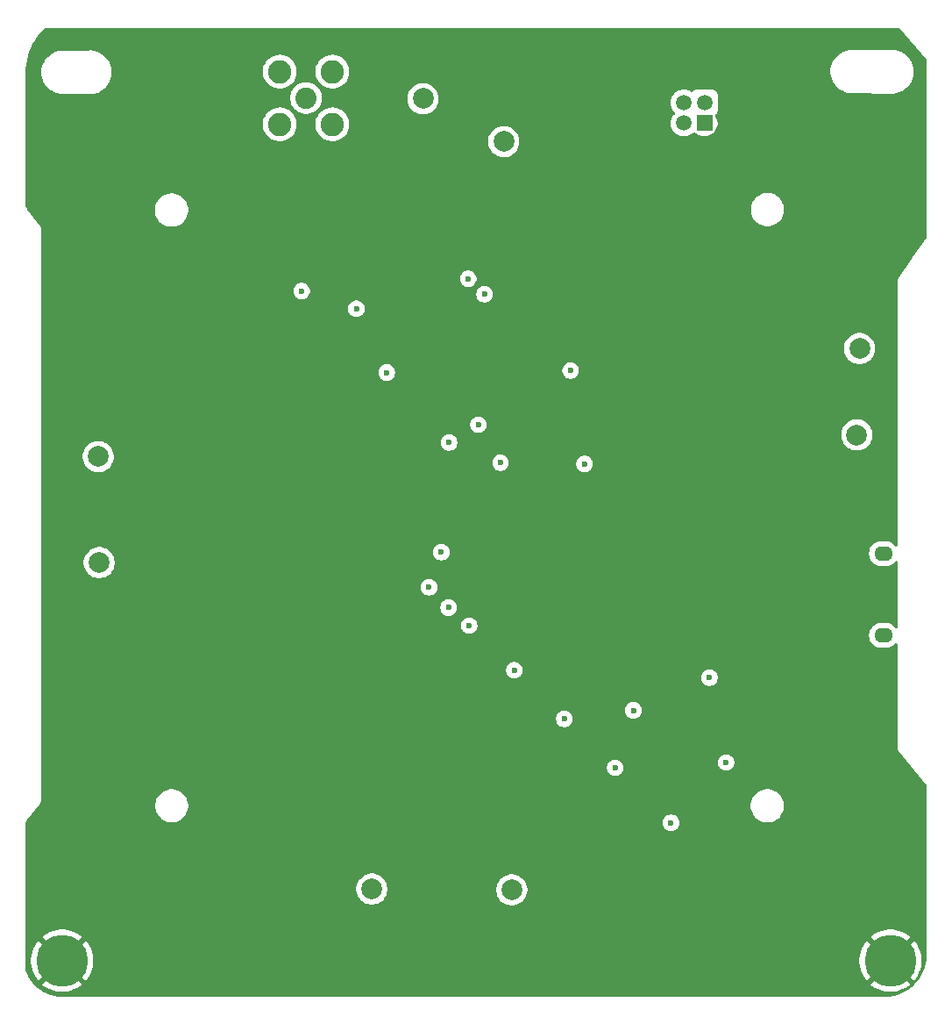
<source format=gbr>
%TF.GenerationSoftware,KiCad,Pcbnew,9.0.0*%
%TF.CreationDate,2025-06-12T12:31:42-07:00*%
%TF.ProjectId,PROVES_Cosmic_Watch,50524f56-4553-45f4-936f-736d69635f57,rev?*%
%TF.SameCoordinates,Original*%
%TF.FileFunction,Copper,L2,Inr*%
%TF.FilePolarity,Positive*%
%FSLAX46Y46*%
G04 Gerber Fmt 4.6, Leading zero omitted, Abs format (unit mm)*
G04 Created by KiCad (PCBNEW 9.0.0) date 2025-06-12 12:31:42*
%MOMM*%
%LPD*%
G01*
G04 APERTURE LIST*
%TA.AperFunction,ComponentPad*%
%ADD10C,2.000000*%
%TD*%
%TA.AperFunction,ComponentPad*%
%ADD11C,5.000000*%
%TD*%
%TA.AperFunction,ComponentPad*%
%ADD12R,1.520000X1.520000*%
%TD*%
%TA.AperFunction,ComponentPad*%
%ADD13C,1.520000*%
%TD*%
%TA.AperFunction,ComponentPad*%
%ADD14C,2.050000*%
%TD*%
%TA.AperFunction,ComponentPad*%
%ADD15C,2.250000*%
%TD*%
%TA.AperFunction,ComponentPad*%
%ADD16O,1.800000X1.400000*%
%TD*%
%TA.AperFunction,ViaPad*%
%ADD17C,0.600000*%
%TD*%
G04 APERTURE END LIST*
D10*
%TO.N,Net-(U4-CATHODE)*%
%TO.C,TP5*%
X96925000Y-104375000D03*
%TD*%
D11*
%TO.N,Chassis Ground*%
%TO.C,*%
X173330000Y-142780000D03*
%TD*%
%TO.N,Chassis Ground*%
%TO.C,*%
X93330000Y-142780000D03*
%TD*%
D10*
%TO.N,Post Processed Signal*%
%TO.C,TP2*%
X128200000Y-59620000D03*
%TD*%
%TO.N,V_Out*%
%TO.C,TP8*%
X136775000Y-135950000D03*
%TD*%
D12*
%TO.N,GND*%
%TO.C,J2*%
X155380000Y-61990000D03*
D13*
X155380000Y-59990000D03*
%TO.N,+5V*%
X153380000Y-61990000D03*
X153380000Y-59990000D03*
%TD*%
D10*
%TO.N,GND*%
%TO.C,TP3*%
X170360000Y-83720000D03*
%TD*%
%TO.N,V_Bias*%
%TO.C,TP7*%
X123250000Y-135875000D03*
%TD*%
%TO.N,Net-(U3B-+)*%
%TO.C,TP1*%
X136000000Y-63750000D03*
%TD*%
%TO.N,+5V*%
%TO.C,TP6*%
X170090000Y-92060000D03*
%TD*%
D14*
%TO.N,Post Processed Signal*%
%TO.C,J3*%
X116900000Y-59550000D03*
D15*
%TO.N,GND*%
X119440000Y-62090000D03*
X119440000Y-57010000D03*
X114360000Y-62090000D03*
X114360000Y-57010000D03*
%TD*%
D10*
%TO.N,SiPM Signal*%
%TO.C,TP4*%
X96825000Y-94150000D03*
%TD*%
D16*
%TO.N,GND*%
%TO.C,J1*%
X172670000Y-111410000D03*
X172670000Y-103510000D03*
%TD*%
D17*
%TO.N,GND*%
X130665000Y-108725000D03*
X121758775Y-79888775D03*
X148512779Y-118636281D03*
X132650000Y-110460000D03*
X143800000Y-94860000D03*
X128780000Y-106760000D03*
X157470000Y-123670000D03*
X142448775Y-85848775D03*
X134130000Y-78490000D03*
X116470000Y-78180000D03*
X141833014Y-119456516D03*
X124688775Y-86038775D03*
X155860000Y-115480000D03*
X152150000Y-129480000D03*
X146759765Y-124179765D03*
X132560000Y-76990000D03*
X130715000Y-92800000D03*
X133540000Y-91075000D03*
X137010000Y-114770000D03*
%TO.N,Net-(U4-CATHODE)*%
X129965000Y-103365000D03*
%TO.N,SiPM Signal*%
X135681658Y-94746658D03*
%TD*%
%TA.AperFunction,Conductor*%
%TO.N,Chassis Ground*%
G36*
X174210713Y-52785030D02*
G01*
X174239083Y-52810142D01*
X176800320Y-55895517D01*
X176800910Y-55896227D01*
X176828584Y-55960383D01*
X176829500Y-55975429D01*
X176829500Y-72990699D01*
X176809815Y-73057738D01*
X176805668Y-73063790D01*
X175464074Y-74902378D01*
X175456448Y-74912827D01*
X175446269Y-74921987D01*
X175417744Y-74965869D01*
X175415765Y-74968582D01*
X175415756Y-74968596D01*
X175386852Y-75008208D01*
X175386847Y-75008218D01*
X175386565Y-75008949D01*
X175374868Y-75031831D01*
X174146057Y-76922311D01*
X174138968Y-76933216D01*
X174129500Y-76942686D01*
X174103158Y-76988309D01*
X174101364Y-76991071D01*
X174074449Y-77032479D01*
X174074328Y-77032852D01*
X174063809Y-77056464D01*
X174063609Y-77056809D01*
X174063606Y-77056816D01*
X174050820Y-77104534D01*
X174048962Y-77110804D01*
X174033673Y-77157794D01*
X174033671Y-77157802D01*
X174033651Y-77158194D01*
X174032965Y-77171174D01*
X174029500Y-77184108D01*
X174029500Y-77236781D01*
X174029327Y-77240057D01*
X174029327Y-77240060D01*
X174026721Y-77289391D01*
X174026721Y-77289398D01*
X174026801Y-77289773D01*
X174029500Y-77315505D01*
X174029500Y-102681870D01*
X174009815Y-102748909D01*
X173957011Y-102794664D01*
X173887853Y-102804608D01*
X173824297Y-102775583D01*
X173805184Y-102754758D01*
X173785690Y-102727927D01*
X173652073Y-102594310D01*
X173499199Y-102483240D01*
X173330836Y-102397454D01*
X173151118Y-102339059D01*
X172964486Y-102309500D01*
X172964481Y-102309500D01*
X172375519Y-102309500D01*
X172375514Y-102309500D01*
X172188881Y-102339059D01*
X172009163Y-102397454D01*
X171840800Y-102483240D01*
X171753579Y-102546610D01*
X171687927Y-102594310D01*
X171687925Y-102594312D01*
X171687924Y-102594312D01*
X171554312Y-102727924D01*
X171554312Y-102727925D01*
X171554310Y-102727927D01*
X171519686Y-102775583D01*
X171443240Y-102880800D01*
X171357454Y-103049163D01*
X171299059Y-103228881D01*
X171269500Y-103415513D01*
X171269500Y-103604486D01*
X171299059Y-103791118D01*
X171357454Y-103970836D01*
X171440967Y-104134738D01*
X171443240Y-104139199D01*
X171554310Y-104292073D01*
X171687927Y-104425690D01*
X171840801Y-104536760D01*
X171920347Y-104577290D01*
X172009163Y-104622545D01*
X172009165Y-104622545D01*
X172009168Y-104622547D01*
X172105497Y-104653846D01*
X172188881Y-104680940D01*
X172375514Y-104710500D01*
X172375519Y-104710500D01*
X172964486Y-104710500D01*
X173151118Y-104680940D01*
X173330832Y-104622547D01*
X173499199Y-104536760D01*
X173652073Y-104425690D01*
X173785690Y-104292073D01*
X173805182Y-104265243D01*
X173860511Y-104222578D01*
X173930124Y-104216599D01*
X173991919Y-104249204D01*
X174026277Y-104310042D01*
X174029500Y-104338129D01*
X174029500Y-110581870D01*
X174009815Y-110648909D01*
X173957011Y-110694664D01*
X173887853Y-110704608D01*
X173824297Y-110675583D01*
X173805184Y-110654758D01*
X173785690Y-110627927D01*
X173652073Y-110494310D01*
X173499199Y-110383240D01*
X173495103Y-110381153D01*
X173330836Y-110297454D01*
X173151118Y-110239059D01*
X172964486Y-110209500D01*
X172964481Y-110209500D01*
X172375519Y-110209500D01*
X172375514Y-110209500D01*
X172188881Y-110239059D01*
X172009163Y-110297454D01*
X171840800Y-110383240D01*
X171753579Y-110446610D01*
X171687927Y-110494310D01*
X171687925Y-110494312D01*
X171687924Y-110494312D01*
X171554312Y-110627924D01*
X171554312Y-110627925D01*
X171554310Y-110627927D01*
X171519686Y-110675583D01*
X171443240Y-110780800D01*
X171357454Y-110949163D01*
X171299059Y-111128881D01*
X171269500Y-111315513D01*
X171269500Y-111504486D01*
X171299059Y-111691118D01*
X171357454Y-111870836D01*
X171443240Y-112039199D01*
X171554310Y-112192073D01*
X171687927Y-112325690D01*
X171840801Y-112436760D01*
X171920347Y-112477290D01*
X172009163Y-112522545D01*
X172009165Y-112522545D01*
X172009168Y-112522547D01*
X172105497Y-112553846D01*
X172188881Y-112580940D01*
X172375514Y-112610500D01*
X172375519Y-112610500D01*
X172964486Y-112610500D01*
X173151118Y-112580940D01*
X173330832Y-112522547D01*
X173499199Y-112436760D01*
X173652073Y-112325690D01*
X173785690Y-112192073D01*
X173805182Y-112165243D01*
X173860511Y-112122578D01*
X173930124Y-112116599D01*
X173991919Y-112149204D01*
X174026277Y-112210042D01*
X174029500Y-112238129D01*
X174029500Y-122222282D01*
X174025285Y-122260218D01*
X174029500Y-122287893D01*
X174029500Y-122315897D01*
X174037601Y-122346128D01*
X174039379Y-122352764D01*
X174045127Y-122390500D01*
X174056359Y-122416138D01*
X174058790Y-122425208D01*
X174063606Y-122443180D01*
X174063608Y-122443186D01*
X174079260Y-122470296D01*
X174085448Y-122482530D01*
X174098013Y-122511208D01*
X174109636Y-122525736D01*
X174115500Y-122533066D01*
X174129500Y-122557314D01*
X174156493Y-122584307D01*
X174160781Y-122589667D01*
X176802328Y-125891600D01*
X176828836Y-125956246D01*
X176829500Y-125969062D01*
X176829500Y-142696757D01*
X176827502Y-142718924D01*
X176765702Y-143059053D01*
X176763111Y-143070309D01*
X176661802Y-143432262D01*
X176658174Y-143443228D01*
X176523630Y-143794172D01*
X176518998Y-143804751D01*
X176352376Y-144141674D01*
X176346779Y-144151778D01*
X176149542Y-144471718D01*
X176143030Y-144481257D01*
X175916872Y-144781469D01*
X175909500Y-144790360D01*
X175656392Y-145068224D01*
X175648224Y-145076392D01*
X175370360Y-145329500D01*
X175361469Y-145336872D01*
X175061257Y-145563030D01*
X175051718Y-145569542D01*
X174731778Y-145766779D01*
X174721674Y-145772376D01*
X174384751Y-145938998D01*
X174374172Y-145943630D01*
X174023228Y-146078174D01*
X174012262Y-146081802D01*
X173650309Y-146183111D01*
X173639053Y-146185702D01*
X173298925Y-146247502D01*
X173276758Y-146249500D01*
X93392120Y-146249500D01*
X93388463Y-146248578D01*
X93326287Y-146249500D01*
X93323250Y-146249500D01*
X93318810Y-146249420D01*
X92966075Y-146236782D01*
X92953569Y-146235699D01*
X92606393Y-146187804D01*
X92594060Y-146185461D01*
X92253516Y-146102711D01*
X92241483Y-146099133D01*
X91911050Y-145982376D01*
X91899441Y-145977600D01*
X91582503Y-145828030D01*
X91571436Y-145822104D01*
X91271257Y-145641262D01*
X91260845Y-145634248D01*
X90980478Y-145423974D01*
X90970830Y-145415944D01*
X90713161Y-145178402D01*
X90704373Y-145169436D01*
X90647634Y-145105359D01*
X90472043Y-144907059D01*
X90464208Y-144897252D01*
X90387337Y-144790360D01*
X90259593Y-144612726D01*
X90252793Y-144602181D01*
X90180552Y-144476644D01*
X90077999Y-144298430D01*
X90072298Y-144287250D01*
X90061344Y-144262779D01*
X89929103Y-143967363D01*
X89924567Y-143955674D01*
X89920948Y-143944740D01*
X89836780Y-143690422D01*
X89830500Y-143651462D01*
X89830500Y-142611519D01*
X90330000Y-142611519D01*
X90330000Y-142948480D01*
X90367725Y-143283297D01*
X90367727Y-143283313D01*
X90442705Y-143611814D01*
X90442709Y-143611826D01*
X90553995Y-143929862D01*
X90700191Y-144233440D01*
X90879461Y-144518747D01*
X91038397Y-144718048D01*
X92035747Y-143720697D01*
X92109588Y-143822330D01*
X92287670Y-144000412D01*
X92389300Y-144074251D01*
X91391950Y-145071601D01*
X91591252Y-145230538D01*
X91876559Y-145409808D01*
X92180137Y-145556004D01*
X92498173Y-145667290D01*
X92498185Y-145667294D01*
X92826686Y-145742272D01*
X92826702Y-145742274D01*
X93161519Y-145779999D01*
X93161521Y-145780000D01*
X93498479Y-145780000D01*
X93498480Y-145779999D01*
X93833297Y-145742274D01*
X93833313Y-145742272D01*
X94161814Y-145667294D01*
X94161826Y-145667290D01*
X94479862Y-145556004D01*
X94783440Y-145409808D01*
X95068747Y-145230538D01*
X95268048Y-145071600D01*
X94270698Y-144074251D01*
X94372330Y-144000412D01*
X94550412Y-143822330D01*
X94624251Y-143720699D01*
X95621600Y-144718048D01*
X95780538Y-144518747D01*
X95959808Y-144233440D01*
X96106004Y-143929862D01*
X96217290Y-143611826D01*
X96217294Y-143611814D01*
X96292272Y-143283313D01*
X96292274Y-143283297D01*
X96329999Y-142948480D01*
X96330000Y-142948478D01*
X96330000Y-142611521D01*
X96329999Y-142611519D01*
X170330000Y-142611519D01*
X170330000Y-142948480D01*
X170367725Y-143283297D01*
X170367727Y-143283313D01*
X170442705Y-143611814D01*
X170442709Y-143611826D01*
X170553995Y-143929862D01*
X170700191Y-144233440D01*
X170879461Y-144518747D01*
X171038397Y-144718048D01*
X172035747Y-143720697D01*
X172109588Y-143822330D01*
X172287670Y-144000412D01*
X172389300Y-144074251D01*
X171391950Y-145071601D01*
X171591252Y-145230538D01*
X171876559Y-145409808D01*
X172180137Y-145556004D01*
X172498173Y-145667290D01*
X172498185Y-145667294D01*
X172826686Y-145742272D01*
X172826702Y-145742274D01*
X173161519Y-145779999D01*
X173161521Y-145780000D01*
X173498479Y-145780000D01*
X173498480Y-145779999D01*
X173833297Y-145742274D01*
X173833313Y-145742272D01*
X174161814Y-145667294D01*
X174161826Y-145667290D01*
X174479862Y-145556004D01*
X174783440Y-145409808D01*
X175068747Y-145230538D01*
X175268048Y-145071600D01*
X174270698Y-144074251D01*
X174372330Y-144000412D01*
X174550412Y-143822330D01*
X174624251Y-143720699D01*
X175621600Y-144718048D01*
X175780538Y-144518747D01*
X175959808Y-144233440D01*
X176106004Y-143929862D01*
X176217290Y-143611826D01*
X176217294Y-143611814D01*
X176292272Y-143283313D01*
X176292274Y-143283297D01*
X176329999Y-142948480D01*
X176330000Y-142948478D01*
X176330000Y-142611521D01*
X176329999Y-142611519D01*
X176292274Y-142276702D01*
X176292272Y-142276686D01*
X176217294Y-141948185D01*
X176217290Y-141948173D01*
X176106004Y-141630137D01*
X175959808Y-141326559D01*
X175780538Y-141041252D01*
X175621601Y-140841950D01*
X174624250Y-141839300D01*
X174550412Y-141737670D01*
X174372330Y-141559588D01*
X174270697Y-141485747D01*
X175268048Y-140488397D01*
X175068747Y-140329461D01*
X174783440Y-140150191D01*
X174479862Y-140003995D01*
X174161826Y-139892709D01*
X174161814Y-139892705D01*
X173833313Y-139817727D01*
X173833297Y-139817725D01*
X173498480Y-139780000D01*
X173161519Y-139780000D01*
X172826702Y-139817725D01*
X172826686Y-139817727D01*
X172498185Y-139892705D01*
X172498173Y-139892709D01*
X172180137Y-140003995D01*
X171876559Y-140150191D01*
X171591252Y-140329461D01*
X171391950Y-140488397D01*
X172389301Y-141485748D01*
X172287670Y-141559588D01*
X172109588Y-141737670D01*
X172035748Y-141839301D01*
X171038397Y-140841950D01*
X170879461Y-141041252D01*
X170700191Y-141326559D01*
X170553995Y-141630137D01*
X170442709Y-141948173D01*
X170442705Y-141948185D01*
X170367727Y-142276686D01*
X170367725Y-142276702D01*
X170330000Y-142611519D01*
X96329999Y-142611519D01*
X96292274Y-142276702D01*
X96292272Y-142276686D01*
X96217294Y-141948185D01*
X96217290Y-141948173D01*
X96106004Y-141630137D01*
X95959808Y-141326559D01*
X95780538Y-141041252D01*
X95621601Y-140841950D01*
X94624250Y-141839300D01*
X94550412Y-141737670D01*
X94372330Y-141559588D01*
X94270697Y-141485747D01*
X95268048Y-140488397D01*
X95068747Y-140329461D01*
X94783440Y-140150191D01*
X94479862Y-140003995D01*
X94161826Y-139892709D01*
X94161814Y-139892705D01*
X93833313Y-139817727D01*
X93833297Y-139817725D01*
X93498480Y-139780000D01*
X93161519Y-139780000D01*
X92826702Y-139817725D01*
X92826686Y-139817727D01*
X92498185Y-139892705D01*
X92498173Y-139892709D01*
X92180137Y-140003995D01*
X91876559Y-140150191D01*
X91591252Y-140329461D01*
X91391950Y-140488397D01*
X92389301Y-141485748D01*
X92287670Y-141559588D01*
X92109588Y-141737670D01*
X92035748Y-141839301D01*
X91038397Y-140841950D01*
X90879461Y-141041252D01*
X90700191Y-141326559D01*
X90553995Y-141630137D01*
X90442709Y-141948173D01*
X90442705Y-141948185D01*
X90367727Y-142276686D01*
X90367725Y-142276702D01*
X90330000Y-142611519D01*
X89830500Y-142611519D01*
X89830500Y-135756902D01*
X121749500Y-135756902D01*
X121749500Y-135993097D01*
X121786446Y-136226368D01*
X121859433Y-136450996D01*
X121897646Y-136525992D01*
X121966657Y-136661433D01*
X122105483Y-136852510D01*
X122272490Y-137019517D01*
X122463567Y-137158343D01*
X122562991Y-137209002D01*
X122674003Y-137265566D01*
X122674005Y-137265566D01*
X122674008Y-137265568D01*
X122794412Y-137304689D01*
X122898631Y-137338553D01*
X123131903Y-137375500D01*
X123131908Y-137375500D01*
X123368097Y-137375500D01*
X123601368Y-137338553D01*
X123825992Y-137265568D01*
X124036433Y-137158343D01*
X124227510Y-137019517D01*
X124394517Y-136852510D01*
X124533343Y-136661433D01*
X124640568Y-136450992D01*
X124713553Y-136226368D01*
X124750500Y-135993097D01*
X124750500Y-135831902D01*
X135274500Y-135831902D01*
X135274500Y-136068097D01*
X135311446Y-136301368D01*
X135384433Y-136525996D01*
X135491657Y-136736433D01*
X135630483Y-136927510D01*
X135797490Y-137094517D01*
X135988567Y-137233343D01*
X136087991Y-137284002D01*
X136199003Y-137340566D01*
X136199005Y-137340566D01*
X136199008Y-137340568D01*
X136306517Y-137375500D01*
X136423631Y-137413553D01*
X136656903Y-137450500D01*
X136656908Y-137450500D01*
X136893097Y-137450500D01*
X137126368Y-137413553D01*
X137350992Y-137340568D01*
X137561433Y-137233343D01*
X137752510Y-137094517D01*
X137919517Y-136927510D01*
X138058343Y-136736433D01*
X138165568Y-136525992D01*
X138238553Y-136301368D01*
X138250432Y-136226368D01*
X138275500Y-136068097D01*
X138275500Y-135831902D01*
X138238553Y-135598631D01*
X138165566Y-135374003D01*
X138058342Y-135163566D01*
X137919517Y-134972490D01*
X137752510Y-134805483D01*
X137561433Y-134666657D01*
X137350996Y-134559433D01*
X137126368Y-134486446D01*
X136893097Y-134449500D01*
X136893092Y-134449500D01*
X136656908Y-134449500D01*
X136656903Y-134449500D01*
X136423631Y-134486446D01*
X136199003Y-134559433D01*
X135988566Y-134666657D01*
X135879550Y-134745862D01*
X135797490Y-134805483D01*
X135797488Y-134805485D01*
X135797487Y-134805485D01*
X135630485Y-134972487D01*
X135630485Y-134972488D01*
X135630483Y-134972490D01*
X135570862Y-135054550D01*
X135491657Y-135163566D01*
X135384433Y-135374003D01*
X135311446Y-135598631D01*
X135274500Y-135831902D01*
X124750500Y-135831902D01*
X124750500Y-135756902D01*
X124713553Y-135523631D01*
X124640566Y-135299003D01*
X124533342Y-135088566D01*
X124394517Y-134897490D01*
X124227510Y-134730483D01*
X124036433Y-134591657D01*
X123973188Y-134559432D01*
X123825996Y-134484433D01*
X123601368Y-134411446D01*
X123368097Y-134374500D01*
X123368092Y-134374500D01*
X123131908Y-134374500D01*
X123131903Y-134374500D01*
X122898631Y-134411446D01*
X122674003Y-134484433D01*
X122463566Y-134591657D01*
X122360339Y-134666657D01*
X122272490Y-134730483D01*
X122272488Y-134730485D01*
X122272487Y-134730485D01*
X122105485Y-134897487D01*
X122105485Y-134897488D01*
X122105483Y-134897490D01*
X122050994Y-134972487D01*
X121966657Y-135088566D01*
X121859433Y-135299003D01*
X121786446Y-135523631D01*
X121749500Y-135756902D01*
X89830500Y-135756902D01*
X89830500Y-129458166D01*
X89850185Y-129391127D01*
X89855300Y-129383766D01*
X89993974Y-129198867D01*
X91115095Y-127704038D01*
X102329500Y-127704038D01*
X102329500Y-127955961D01*
X102368910Y-128204785D01*
X102446760Y-128444383D01*
X102561132Y-128668848D01*
X102709201Y-128872649D01*
X102709205Y-128872654D01*
X102887345Y-129050794D01*
X102887350Y-129050798D01*
X103030522Y-129154818D01*
X103091155Y-129198870D01*
X103202398Y-129255551D01*
X103315616Y-129313239D01*
X103315618Y-129313239D01*
X103315621Y-129313241D01*
X103555215Y-129391090D01*
X103804038Y-129430500D01*
X103804039Y-129430500D01*
X104055961Y-129430500D01*
X104055962Y-129430500D01*
X104241250Y-129401153D01*
X151349500Y-129401153D01*
X151349500Y-129558846D01*
X151380261Y-129713489D01*
X151380264Y-129713501D01*
X151440602Y-129859172D01*
X151440609Y-129859185D01*
X151528210Y-129990288D01*
X151528213Y-129990292D01*
X151639707Y-130101786D01*
X151639711Y-130101789D01*
X151770814Y-130189390D01*
X151770827Y-130189397D01*
X151916498Y-130249735D01*
X151916503Y-130249737D01*
X152071153Y-130280499D01*
X152071156Y-130280500D01*
X152071158Y-130280500D01*
X152228844Y-130280500D01*
X152228845Y-130280499D01*
X152383497Y-130249737D01*
X152529179Y-130189394D01*
X152660289Y-130101789D01*
X152771789Y-129990289D01*
X152859394Y-129859179D01*
X152919737Y-129713497D01*
X152950500Y-129558842D01*
X152950500Y-129401158D01*
X152950500Y-129401155D01*
X152950499Y-129401153D01*
X152933012Y-129313241D01*
X152919737Y-129246503D01*
X152900006Y-129198867D01*
X152859397Y-129100827D01*
X152859390Y-129100814D01*
X152771789Y-128969711D01*
X152771786Y-128969707D01*
X152660292Y-128858213D01*
X152660288Y-128858210D01*
X152529185Y-128770609D01*
X152529172Y-128770602D01*
X152383501Y-128710264D01*
X152383489Y-128710261D01*
X152228845Y-128679500D01*
X152228842Y-128679500D01*
X152071158Y-128679500D01*
X152071155Y-128679500D01*
X151916510Y-128710261D01*
X151916498Y-128710264D01*
X151770827Y-128770602D01*
X151770814Y-128770609D01*
X151639711Y-128858210D01*
X151639707Y-128858213D01*
X151528213Y-128969707D01*
X151528210Y-128969711D01*
X151440609Y-129100814D01*
X151440602Y-129100827D01*
X151380264Y-129246498D01*
X151380261Y-129246510D01*
X151349500Y-129401153D01*
X104241250Y-129401153D01*
X104304785Y-129391090D01*
X104544379Y-129313241D01*
X104588586Y-129290716D01*
X104600628Y-129284581D01*
X104657602Y-129255551D01*
X104768845Y-129198870D01*
X104972656Y-129050793D01*
X105150793Y-128872656D01*
X105298870Y-128668845D01*
X105413241Y-128444379D01*
X105491090Y-128204785D01*
X105530500Y-127955962D01*
X105530500Y-127714038D01*
X159849500Y-127714038D01*
X159849500Y-127965961D01*
X159888910Y-128214785D01*
X159966760Y-128454383D01*
X160045413Y-128608747D01*
X160076036Y-128668848D01*
X160081132Y-128678848D01*
X160229201Y-128882649D01*
X160229205Y-128882654D01*
X160407345Y-129060794D01*
X160407350Y-129060798D01*
X160577073Y-129184108D01*
X160611155Y-129208870D01*
X160702772Y-129255551D01*
X160835616Y-129323239D01*
X160835618Y-129323239D01*
X160835621Y-129323241D01*
X161075215Y-129401090D01*
X161324038Y-129440500D01*
X161324039Y-129440500D01*
X161575961Y-129440500D01*
X161575962Y-129440500D01*
X161824785Y-129401090D01*
X162064379Y-129323241D01*
X162288845Y-129208870D01*
X162492656Y-129060793D01*
X162670793Y-128882656D01*
X162818870Y-128678845D01*
X162933241Y-128454379D01*
X163011090Y-128214785D01*
X163050500Y-127965962D01*
X163050500Y-127714038D01*
X163011090Y-127465215D01*
X162933241Y-127225621D01*
X162933239Y-127225618D01*
X162933239Y-127225616D01*
X162891747Y-127144184D01*
X162818870Y-127001155D01*
X162799952Y-126975117D01*
X162670798Y-126797350D01*
X162670794Y-126797345D01*
X162492654Y-126619205D01*
X162492649Y-126619201D01*
X162288848Y-126471132D01*
X162288847Y-126471131D01*
X162288845Y-126471130D01*
X162218747Y-126435413D01*
X162064383Y-126356760D01*
X161824785Y-126278910D01*
X161761648Y-126268910D01*
X161575962Y-126239500D01*
X161324038Y-126239500D01*
X161199626Y-126259205D01*
X161075214Y-126278910D01*
X160835616Y-126356760D01*
X160611151Y-126471132D01*
X160407350Y-126619201D01*
X160407345Y-126619205D01*
X160229205Y-126797345D01*
X160229201Y-126797350D01*
X160081132Y-127001151D01*
X159966760Y-127225616D01*
X159888910Y-127465214D01*
X159849500Y-127714038D01*
X105530500Y-127714038D01*
X105530500Y-127704038D01*
X105491090Y-127455215D01*
X105413241Y-127215621D01*
X105413239Y-127215618D01*
X105413239Y-127215616D01*
X105345752Y-127083166D01*
X105298870Y-126991155D01*
X105158063Y-126797350D01*
X105150798Y-126787350D01*
X105150794Y-126787345D01*
X104972654Y-126609205D01*
X104972649Y-126609201D01*
X104768848Y-126461132D01*
X104768847Y-126461131D01*
X104768845Y-126461130D01*
X104698747Y-126425413D01*
X104544383Y-126346760D01*
X104304785Y-126268910D01*
X104055962Y-126229500D01*
X103804038Y-126229500D01*
X103740901Y-126239500D01*
X103555214Y-126268910D01*
X103315616Y-126346760D01*
X103091151Y-126461132D01*
X102887350Y-126609201D01*
X102887345Y-126609205D01*
X102709205Y-126787345D01*
X102709201Y-126787350D01*
X102561132Y-126991151D01*
X102446760Y-127215616D01*
X102368910Y-127455214D01*
X102329500Y-127704038D01*
X91115095Y-127704038D01*
X91203777Y-127585795D01*
X91215278Y-127572535D01*
X91230500Y-127557314D01*
X91248427Y-127526262D01*
X91269935Y-127497586D01*
X91281228Y-127469449D01*
X91296392Y-127443186D01*
X91305671Y-127408554D01*
X91319025Y-127375286D01*
X91322651Y-127345181D01*
X91330500Y-127315892D01*
X91330500Y-127280040D01*
X91334788Y-127244449D01*
X91330500Y-127214432D01*
X91330500Y-124100918D01*
X145959265Y-124100918D01*
X145959265Y-124258611D01*
X145990026Y-124413254D01*
X145990029Y-124413266D01*
X146050367Y-124558937D01*
X146050374Y-124558950D01*
X146137975Y-124690053D01*
X146137978Y-124690057D01*
X146249472Y-124801551D01*
X146249476Y-124801554D01*
X146380579Y-124889155D01*
X146380592Y-124889162D01*
X146526263Y-124949500D01*
X146526268Y-124949502D01*
X146680918Y-124980264D01*
X146680921Y-124980265D01*
X146680923Y-124980265D01*
X146838609Y-124980265D01*
X146838610Y-124980264D01*
X146993262Y-124949502D01*
X147138944Y-124889159D01*
X147270054Y-124801554D01*
X147381554Y-124690054D01*
X147469159Y-124558944D01*
X147529502Y-124413262D01*
X147560265Y-124258607D01*
X147560265Y-124100923D01*
X147560265Y-124100920D01*
X147560264Y-124100918D01*
X147529502Y-123946268D01*
X147529500Y-123946263D01*
X147469162Y-123800592D01*
X147469155Y-123800579D01*
X147381554Y-123669476D01*
X147381551Y-123669472D01*
X147303232Y-123591153D01*
X156669500Y-123591153D01*
X156669500Y-123748846D01*
X156700261Y-123903489D01*
X156700264Y-123903501D01*
X156760602Y-124049172D01*
X156760609Y-124049185D01*
X156848210Y-124180288D01*
X156848213Y-124180292D01*
X156959707Y-124291786D01*
X156959711Y-124291789D01*
X157090814Y-124379390D01*
X157090827Y-124379397D01*
X157236498Y-124439735D01*
X157236503Y-124439737D01*
X157391153Y-124470499D01*
X157391156Y-124470500D01*
X157391158Y-124470500D01*
X157548844Y-124470500D01*
X157548845Y-124470499D01*
X157703497Y-124439737D01*
X157849179Y-124379394D01*
X157980289Y-124291789D01*
X158091789Y-124180289D01*
X158179394Y-124049179D01*
X158239737Y-123903497D01*
X158270500Y-123748842D01*
X158270500Y-123591158D01*
X158270500Y-123591155D01*
X158270499Y-123591153D01*
X158239738Y-123436510D01*
X158239737Y-123436503D01*
X158228770Y-123410026D01*
X158179397Y-123290827D01*
X158179390Y-123290814D01*
X158091789Y-123159711D01*
X158091786Y-123159707D01*
X157980292Y-123048213D01*
X157980288Y-123048210D01*
X157849185Y-122960609D01*
X157849172Y-122960602D01*
X157703501Y-122900264D01*
X157703489Y-122900261D01*
X157548845Y-122869500D01*
X157548842Y-122869500D01*
X157391158Y-122869500D01*
X157391155Y-122869500D01*
X157236510Y-122900261D01*
X157236498Y-122900264D01*
X157090827Y-122960602D01*
X157090814Y-122960609D01*
X156959711Y-123048210D01*
X156959707Y-123048213D01*
X156848213Y-123159707D01*
X156848210Y-123159711D01*
X156760609Y-123290814D01*
X156760602Y-123290827D01*
X156700264Y-123436498D01*
X156700261Y-123436510D01*
X156669500Y-123591153D01*
X147303232Y-123591153D01*
X147270057Y-123557978D01*
X147270053Y-123557975D01*
X147138950Y-123470374D01*
X147138937Y-123470367D01*
X146993266Y-123410029D01*
X146993254Y-123410026D01*
X146838610Y-123379265D01*
X146838607Y-123379265D01*
X146680923Y-123379265D01*
X146680920Y-123379265D01*
X146526275Y-123410026D01*
X146526263Y-123410029D01*
X146380592Y-123470367D01*
X146380579Y-123470374D01*
X146249476Y-123557975D01*
X146249472Y-123557978D01*
X146137978Y-123669472D01*
X146137975Y-123669476D01*
X146050374Y-123800579D01*
X146050367Y-123800592D01*
X145990029Y-123946263D01*
X145990026Y-123946275D01*
X145959265Y-124100918D01*
X91330500Y-124100918D01*
X91330500Y-119377669D01*
X141032514Y-119377669D01*
X141032514Y-119535362D01*
X141063275Y-119690005D01*
X141063278Y-119690017D01*
X141123616Y-119835688D01*
X141123623Y-119835701D01*
X141211224Y-119966804D01*
X141211227Y-119966808D01*
X141322721Y-120078302D01*
X141322725Y-120078305D01*
X141453828Y-120165906D01*
X141453841Y-120165913D01*
X141599512Y-120226251D01*
X141599517Y-120226253D01*
X141754167Y-120257015D01*
X141754170Y-120257016D01*
X141754172Y-120257016D01*
X141911858Y-120257016D01*
X141911859Y-120257015D01*
X142066511Y-120226253D01*
X142212193Y-120165910D01*
X142343303Y-120078305D01*
X142454803Y-119966805D01*
X142542408Y-119835695D01*
X142602751Y-119690013D01*
X142633514Y-119535358D01*
X142633514Y-119377674D01*
X142633514Y-119377671D01*
X142633513Y-119377669D01*
X142602751Y-119223019D01*
X142602749Y-119223014D01*
X142542411Y-119077343D01*
X142542404Y-119077330D01*
X142454803Y-118946227D01*
X142454800Y-118946223D01*
X142343306Y-118834729D01*
X142343302Y-118834726D01*
X142212199Y-118747125D01*
X142212186Y-118747118D01*
X142066515Y-118686780D01*
X142066505Y-118686777D01*
X141997061Y-118672964D01*
X141997060Y-118672963D01*
X141911859Y-118656016D01*
X141911856Y-118656016D01*
X141754172Y-118656016D01*
X141754169Y-118656016D01*
X141599524Y-118686777D01*
X141599512Y-118686780D01*
X141453841Y-118747118D01*
X141453828Y-118747125D01*
X141322725Y-118834726D01*
X141322721Y-118834729D01*
X141211227Y-118946223D01*
X141211224Y-118946227D01*
X141123623Y-119077330D01*
X141123616Y-119077343D01*
X141063278Y-119223014D01*
X141063275Y-119223026D01*
X141032514Y-119377669D01*
X91330500Y-119377669D01*
X91330500Y-118557434D01*
X147712279Y-118557434D01*
X147712279Y-118715127D01*
X147743040Y-118869770D01*
X147743043Y-118869782D01*
X147803381Y-119015453D01*
X147803388Y-119015466D01*
X147890989Y-119146569D01*
X147890992Y-119146573D01*
X148002486Y-119258067D01*
X148002490Y-119258070D01*
X148133593Y-119345671D01*
X148133606Y-119345678D01*
X148279277Y-119406016D01*
X148279282Y-119406018D01*
X148433932Y-119436780D01*
X148433935Y-119436781D01*
X148433937Y-119436781D01*
X148591623Y-119436781D01*
X148591624Y-119436780D01*
X148746276Y-119406018D01*
X148891958Y-119345675D01*
X149023068Y-119258070D01*
X149134568Y-119146570D01*
X149222173Y-119015460D01*
X149282516Y-118869778D01*
X149313279Y-118715123D01*
X149313279Y-118557439D01*
X149313279Y-118557436D01*
X149313278Y-118557434D01*
X149282517Y-118402791D01*
X149282516Y-118402784D01*
X149282514Y-118402779D01*
X149222176Y-118257108D01*
X149222169Y-118257095D01*
X149134568Y-118125992D01*
X149134565Y-118125988D01*
X149023071Y-118014494D01*
X149023067Y-118014491D01*
X148891964Y-117926890D01*
X148891951Y-117926883D01*
X148746280Y-117866545D01*
X148746268Y-117866542D01*
X148591624Y-117835781D01*
X148591621Y-117835781D01*
X148433937Y-117835781D01*
X148433934Y-117835781D01*
X148279289Y-117866542D01*
X148279277Y-117866545D01*
X148133606Y-117926883D01*
X148133593Y-117926890D01*
X148002490Y-118014491D01*
X148002486Y-118014494D01*
X147890992Y-118125988D01*
X147890989Y-118125992D01*
X147803388Y-118257095D01*
X147803381Y-118257108D01*
X147743043Y-118402779D01*
X147743040Y-118402791D01*
X147712279Y-118557434D01*
X91330500Y-118557434D01*
X91330500Y-114691153D01*
X136209500Y-114691153D01*
X136209500Y-114848846D01*
X136240261Y-115003489D01*
X136240264Y-115003501D01*
X136300602Y-115149172D01*
X136300609Y-115149185D01*
X136388210Y-115280288D01*
X136388213Y-115280292D01*
X136499707Y-115391786D01*
X136499711Y-115391789D01*
X136630814Y-115479390D01*
X136630827Y-115479397D01*
X136776498Y-115539735D01*
X136776503Y-115539737D01*
X136931153Y-115570499D01*
X136931156Y-115570500D01*
X136931158Y-115570500D01*
X137088844Y-115570500D01*
X137088845Y-115570499D01*
X137243497Y-115539737D01*
X137389179Y-115479394D01*
X137506275Y-115401153D01*
X155059500Y-115401153D01*
X155059500Y-115558846D01*
X155090261Y-115713489D01*
X155090264Y-115713501D01*
X155150602Y-115859172D01*
X155150609Y-115859185D01*
X155238210Y-115990288D01*
X155238213Y-115990292D01*
X155349707Y-116101786D01*
X155349711Y-116101789D01*
X155480814Y-116189390D01*
X155480827Y-116189397D01*
X155626498Y-116249735D01*
X155626503Y-116249737D01*
X155781153Y-116280499D01*
X155781156Y-116280500D01*
X155781158Y-116280500D01*
X155938844Y-116280500D01*
X155938845Y-116280499D01*
X156093497Y-116249737D01*
X156239179Y-116189394D01*
X156370289Y-116101789D01*
X156481789Y-115990289D01*
X156569394Y-115859179D01*
X156629737Y-115713497D01*
X156660500Y-115558842D01*
X156660500Y-115401158D01*
X156660500Y-115401155D01*
X156660499Y-115401153D01*
X156629738Y-115246510D01*
X156629737Y-115246503D01*
X156589427Y-115149185D01*
X156569397Y-115100827D01*
X156569390Y-115100814D01*
X156481789Y-114969711D01*
X156481786Y-114969707D01*
X156370292Y-114858213D01*
X156370288Y-114858210D01*
X156239185Y-114770609D01*
X156239172Y-114770602D01*
X156093501Y-114710264D01*
X156093489Y-114710261D01*
X155938845Y-114679500D01*
X155938842Y-114679500D01*
X155781158Y-114679500D01*
X155781155Y-114679500D01*
X155626510Y-114710261D01*
X155626498Y-114710264D01*
X155480827Y-114770602D01*
X155480814Y-114770609D01*
X155349711Y-114858210D01*
X155349707Y-114858213D01*
X155238213Y-114969707D01*
X155238210Y-114969711D01*
X155150609Y-115100814D01*
X155150602Y-115100827D01*
X155090264Y-115246498D01*
X155090261Y-115246510D01*
X155059500Y-115401153D01*
X137506275Y-115401153D01*
X137520289Y-115391789D01*
X137520292Y-115391786D01*
X137604694Y-115307385D01*
X137631786Y-115280292D01*
X137631789Y-115280289D01*
X137719394Y-115149179D01*
X137779737Y-115003497D01*
X137810500Y-114848842D01*
X137810500Y-114691158D01*
X137810500Y-114691155D01*
X137810499Y-114691153D01*
X137779738Y-114536510D01*
X137779737Y-114536503D01*
X137779735Y-114536498D01*
X137719397Y-114390827D01*
X137719390Y-114390814D01*
X137631789Y-114259711D01*
X137631786Y-114259707D01*
X137520292Y-114148213D01*
X137520288Y-114148210D01*
X137389185Y-114060609D01*
X137389172Y-114060602D01*
X137243501Y-114000264D01*
X137243489Y-114000261D01*
X137088845Y-113969500D01*
X137088842Y-113969500D01*
X136931158Y-113969500D01*
X136931155Y-113969500D01*
X136776510Y-114000261D01*
X136776498Y-114000264D01*
X136630827Y-114060602D01*
X136630814Y-114060609D01*
X136499711Y-114148210D01*
X136499707Y-114148213D01*
X136388213Y-114259707D01*
X136388210Y-114259711D01*
X136300609Y-114390814D01*
X136300602Y-114390827D01*
X136240264Y-114536498D01*
X136240261Y-114536510D01*
X136209500Y-114691153D01*
X91330500Y-114691153D01*
X91330500Y-110381153D01*
X131849500Y-110381153D01*
X131849500Y-110538846D01*
X131880261Y-110693489D01*
X131880264Y-110693501D01*
X131940602Y-110839172D01*
X131940609Y-110839185D01*
X132028210Y-110970288D01*
X132028213Y-110970292D01*
X132139707Y-111081786D01*
X132139711Y-111081789D01*
X132270814Y-111169390D01*
X132270827Y-111169397D01*
X132416498Y-111229735D01*
X132416503Y-111229737D01*
X132571153Y-111260499D01*
X132571156Y-111260500D01*
X132571158Y-111260500D01*
X132728844Y-111260500D01*
X132728845Y-111260499D01*
X132883497Y-111229737D01*
X133029179Y-111169394D01*
X133160289Y-111081789D01*
X133271789Y-110970289D01*
X133359394Y-110839179D01*
X133419737Y-110693497D01*
X133450500Y-110538842D01*
X133450500Y-110381158D01*
X133450500Y-110381155D01*
X133450499Y-110381153D01*
X133433850Y-110297453D01*
X133419737Y-110226503D01*
X133412694Y-110209500D01*
X133359397Y-110080827D01*
X133359390Y-110080814D01*
X133271789Y-109949711D01*
X133271786Y-109949707D01*
X133160292Y-109838213D01*
X133160288Y-109838210D01*
X133029185Y-109750609D01*
X133029172Y-109750602D01*
X132883501Y-109690264D01*
X132883489Y-109690261D01*
X132728845Y-109659500D01*
X132728842Y-109659500D01*
X132571158Y-109659500D01*
X132571155Y-109659500D01*
X132416510Y-109690261D01*
X132416498Y-109690264D01*
X132270827Y-109750602D01*
X132270814Y-109750609D01*
X132139711Y-109838210D01*
X132139707Y-109838213D01*
X132028213Y-109949707D01*
X132028210Y-109949711D01*
X131940609Y-110080814D01*
X131940602Y-110080827D01*
X131880264Y-110226498D01*
X131880261Y-110226510D01*
X131849500Y-110381153D01*
X91330500Y-110381153D01*
X91330500Y-108646153D01*
X129864500Y-108646153D01*
X129864500Y-108803846D01*
X129895261Y-108958489D01*
X129895264Y-108958501D01*
X129955602Y-109104172D01*
X129955609Y-109104185D01*
X130043210Y-109235288D01*
X130043213Y-109235292D01*
X130154707Y-109346786D01*
X130154711Y-109346789D01*
X130285814Y-109434390D01*
X130285827Y-109434397D01*
X130431498Y-109494735D01*
X130431503Y-109494737D01*
X130586153Y-109525499D01*
X130586156Y-109525500D01*
X130586158Y-109525500D01*
X130743844Y-109525500D01*
X130743845Y-109525499D01*
X130898497Y-109494737D01*
X131044179Y-109434394D01*
X131175289Y-109346789D01*
X131286789Y-109235289D01*
X131374394Y-109104179D01*
X131434737Y-108958497D01*
X131465500Y-108803842D01*
X131465500Y-108646158D01*
X131465500Y-108646155D01*
X131465499Y-108646153D01*
X131434738Y-108491510D01*
X131434737Y-108491503D01*
X131434735Y-108491498D01*
X131374397Y-108345827D01*
X131374390Y-108345814D01*
X131286789Y-108214711D01*
X131286786Y-108214707D01*
X131175292Y-108103213D01*
X131175288Y-108103210D01*
X131044185Y-108015609D01*
X131044172Y-108015602D01*
X130898501Y-107955264D01*
X130898489Y-107955261D01*
X130743845Y-107924500D01*
X130743842Y-107924500D01*
X130586158Y-107924500D01*
X130586155Y-107924500D01*
X130431510Y-107955261D01*
X130431498Y-107955264D01*
X130285827Y-108015602D01*
X130285814Y-108015609D01*
X130154711Y-108103210D01*
X130154707Y-108103213D01*
X130043213Y-108214707D01*
X130043210Y-108214711D01*
X129955609Y-108345814D01*
X129955602Y-108345827D01*
X129895264Y-108491498D01*
X129895261Y-108491510D01*
X129864500Y-108646153D01*
X91330500Y-108646153D01*
X91330500Y-106681153D01*
X127979500Y-106681153D01*
X127979500Y-106838846D01*
X128010261Y-106993489D01*
X128010264Y-106993501D01*
X128070602Y-107139172D01*
X128070609Y-107139185D01*
X128158210Y-107270288D01*
X128158213Y-107270292D01*
X128269707Y-107381786D01*
X128269711Y-107381789D01*
X128400814Y-107469390D01*
X128400827Y-107469397D01*
X128546498Y-107529735D01*
X128546503Y-107529737D01*
X128701153Y-107560499D01*
X128701156Y-107560500D01*
X128701158Y-107560500D01*
X128858844Y-107560500D01*
X128858845Y-107560499D01*
X129013497Y-107529737D01*
X129159179Y-107469394D01*
X129290289Y-107381789D01*
X129401789Y-107270289D01*
X129489394Y-107139179D01*
X129549737Y-106993497D01*
X129580500Y-106838842D01*
X129580500Y-106681158D01*
X129580500Y-106681155D01*
X129580499Y-106681153D01*
X129549738Y-106526510D01*
X129549737Y-106526503D01*
X129549735Y-106526498D01*
X129489397Y-106380827D01*
X129489390Y-106380814D01*
X129401789Y-106249711D01*
X129401786Y-106249707D01*
X129290292Y-106138213D01*
X129290288Y-106138210D01*
X129159185Y-106050609D01*
X129159172Y-106050602D01*
X129013501Y-105990264D01*
X129013489Y-105990261D01*
X128858845Y-105959500D01*
X128858842Y-105959500D01*
X128701158Y-105959500D01*
X128701155Y-105959500D01*
X128546510Y-105990261D01*
X128546498Y-105990264D01*
X128400827Y-106050602D01*
X128400814Y-106050609D01*
X128269711Y-106138210D01*
X128269707Y-106138213D01*
X128158213Y-106249707D01*
X128158210Y-106249711D01*
X128070609Y-106380814D01*
X128070602Y-106380827D01*
X128010264Y-106526498D01*
X128010261Y-106526510D01*
X127979500Y-106681153D01*
X91330500Y-106681153D01*
X91330500Y-104256902D01*
X95424500Y-104256902D01*
X95424500Y-104493097D01*
X95461446Y-104726368D01*
X95534433Y-104950996D01*
X95641657Y-105161433D01*
X95780483Y-105352510D01*
X95947490Y-105519517D01*
X96138567Y-105658343D01*
X96237991Y-105709002D01*
X96349003Y-105765566D01*
X96349005Y-105765566D01*
X96349008Y-105765568D01*
X96469412Y-105804689D01*
X96573631Y-105838553D01*
X96806903Y-105875500D01*
X96806908Y-105875500D01*
X97043097Y-105875500D01*
X97276368Y-105838553D01*
X97500992Y-105765568D01*
X97711433Y-105658343D01*
X97902510Y-105519517D01*
X98069517Y-105352510D01*
X98208343Y-105161433D01*
X98315568Y-104950992D01*
X98388553Y-104726368D01*
X98418584Y-104536760D01*
X98425500Y-104493097D01*
X98425500Y-104256902D01*
X98388553Y-104023631D01*
X98315566Y-103799003D01*
X98216454Y-103604486D01*
X98208343Y-103588567D01*
X98069517Y-103397490D01*
X97958180Y-103286153D01*
X129164500Y-103286153D01*
X129164500Y-103443846D01*
X129195261Y-103598489D01*
X129195264Y-103598501D01*
X129255602Y-103744172D01*
X129255609Y-103744185D01*
X129343210Y-103875288D01*
X129343213Y-103875292D01*
X129454707Y-103986786D01*
X129454711Y-103986789D01*
X129585814Y-104074390D01*
X129585827Y-104074397D01*
X129731498Y-104134735D01*
X129731503Y-104134737D01*
X129886153Y-104165499D01*
X129886156Y-104165500D01*
X129886158Y-104165500D01*
X130043844Y-104165500D01*
X130043845Y-104165499D01*
X130198497Y-104134737D01*
X130344179Y-104074394D01*
X130475289Y-103986789D01*
X130586789Y-103875289D01*
X130674394Y-103744179D01*
X130734737Y-103598497D01*
X130765500Y-103443842D01*
X130765500Y-103286158D01*
X130765500Y-103286155D01*
X130765499Y-103286153D01*
X130734738Y-103131510D01*
X130734737Y-103131503D01*
X130734735Y-103131498D01*
X130674397Y-102985827D01*
X130674390Y-102985814D01*
X130586789Y-102854711D01*
X130586786Y-102854707D01*
X130475292Y-102743213D01*
X130475288Y-102743210D01*
X130344185Y-102655609D01*
X130344172Y-102655602D01*
X130198501Y-102595264D01*
X130198489Y-102595261D01*
X130043845Y-102564500D01*
X130043842Y-102564500D01*
X129886158Y-102564500D01*
X129886155Y-102564500D01*
X129731510Y-102595261D01*
X129731498Y-102595264D01*
X129585827Y-102655602D01*
X129585814Y-102655609D01*
X129454711Y-102743210D01*
X129454707Y-102743213D01*
X129343213Y-102854707D01*
X129343210Y-102854711D01*
X129255609Y-102985814D01*
X129255602Y-102985827D01*
X129195264Y-103131498D01*
X129195261Y-103131510D01*
X129164500Y-103286153D01*
X97958180Y-103286153D01*
X97902510Y-103230483D01*
X97711433Y-103091657D01*
X97628044Y-103049168D01*
X97500996Y-102984433D01*
X97276368Y-102911446D01*
X97043097Y-102874500D01*
X97043092Y-102874500D01*
X96806908Y-102874500D01*
X96806903Y-102874500D01*
X96573631Y-102911446D01*
X96349003Y-102984433D01*
X96138566Y-103091657D01*
X96083714Y-103131510D01*
X95947490Y-103230483D01*
X95947488Y-103230485D01*
X95947487Y-103230485D01*
X95780485Y-103397487D01*
X95780485Y-103397488D01*
X95780483Y-103397490D01*
X95720862Y-103479550D01*
X95641657Y-103588566D01*
X95534433Y-103799003D01*
X95461446Y-104023631D01*
X95424500Y-104256902D01*
X91330500Y-104256902D01*
X91330500Y-94031902D01*
X95324500Y-94031902D01*
X95324500Y-94268097D01*
X95361446Y-94501368D01*
X95434433Y-94725996D01*
X95541657Y-94936433D01*
X95680483Y-95127510D01*
X95847490Y-95294517D01*
X96038567Y-95433343D01*
X96083136Y-95456052D01*
X96249003Y-95540566D01*
X96249005Y-95540566D01*
X96249008Y-95540568D01*
X96369412Y-95579689D01*
X96473631Y-95613553D01*
X96706903Y-95650500D01*
X96706908Y-95650500D01*
X96943097Y-95650500D01*
X97176368Y-95613553D01*
X97400992Y-95540568D01*
X97611433Y-95433343D01*
X97802510Y-95294517D01*
X97969517Y-95127510D01*
X98108343Y-94936433D01*
X98215568Y-94725992D01*
X98234472Y-94667811D01*
X134881158Y-94667811D01*
X134881158Y-94825504D01*
X134911919Y-94980147D01*
X134911922Y-94980159D01*
X134972260Y-95125830D01*
X134972267Y-95125843D01*
X135059868Y-95256946D01*
X135059871Y-95256950D01*
X135171365Y-95368444D01*
X135171369Y-95368447D01*
X135302472Y-95456048D01*
X135302485Y-95456055D01*
X135448156Y-95516393D01*
X135448161Y-95516395D01*
X135602811Y-95547157D01*
X135602814Y-95547158D01*
X135602816Y-95547158D01*
X135760502Y-95547158D01*
X135760503Y-95547157D01*
X135915155Y-95516395D01*
X136060837Y-95456052D01*
X136191947Y-95368447D01*
X136303447Y-95256947D01*
X136391052Y-95125837D01*
X136451395Y-94980155D01*
X136482158Y-94825500D01*
X136482158Y-94781153D01*
X142999500Y-94781153D01*
X142999500Y-94938846D01*
X143030261Y-95093489D01*
X143030264Y-95093501D01*
X143090602Y-95239172D01*
X143090609Y-95239185D01*
X143178210Y-95370288D01*
X143178213Y-95370292D01*
X143289707Y-95481786D01*
X143289711Y-95481789D01*
X143420814Y-95569390D01*
X143420827Y-95569397D01*
X143527431Y-95613553D01*
X143566503Y-95629737D01*
X143721153Y-95660499D01*
X143721156Y-95660500D01*
X143721158Y-95660500D01*
X143878844Y-95660500D01*
X143878845Y-95660499D01*
X144033497Y-95629737D01*
X144179179Y-95569394D01*
X144310289Y-95481789D01*
X144421789Y-95370289D01*
X144509394Y-95239179D01*
X144569737Y-95093497D01*
X144600500Y-94938842D01*
X144600500Y-94781158D01*
X144600500Y-94781155D01*
X144600499Y-94781153D01*
X144569737Y-94626503D01*
X144568454Y-94623405D01*
X144509397Y-94480827D01*
X144509390Y-94480814D01*
X144421789Y-94349711D01*
X144421786Y-94349707D01*
X144310292Y-94238213D01*
X144310288Y-94238210D01*
X144179185Y-94150609D01*
X144179172Y-94150602D01*
X144033501Y-94090264D01*
X144033489Y-94090261D01*
X143878845Y-94059500D01*
X143878842Y-94059500D01*
X143721158Y-94059500D01*
X143721155Y-94059500D01*
X143566510Y-94090261D01*
X143566498Y-94090264D01*
X143420827Y-94150602D01*
X143420814Y-94150609D01*
X143289711Y-94238210D01*
X143289707Y-94238213D01*
X143178213Y-94349707D01*
X143178210Y-94349711D01*
X143090609Y-94480814D01*
X143090602Y-94480827D01*
X143030264Y-94626498D01*
X143030261Y-94626510D01*
X142999500Y-94781153D01*
X136482158Y-94781153D01*
X136482158Y-94667816D01*
X136482158Y-94667813D01*
X136482157Y-94667811D01*
X136451396Y-94513168D01*
X136451395Y-94513161D01*
X136438002Y-94480827D01*
X136391055Y-94367485D01*
X136391048Y-94367472D01*
X136303447Y-94236369D01*
X136303444Y-94236365D01*
X136191950Y-94124871D01*
X136191946Y-94124868D01*
X136060843Y-94037267D01*
X136060830Y-94037260D01*
X135915159Y-93976922D01*
X135915147Y-93976919D01*
X135760503Y-93946158D01*
X135760500Y-93946158D01*
X135602816Y-93946158D01*
X135602813Y-93946158D01*
X135448168Y-93976919D01*
X135448156Y-93976922D01*
X135302485Y-94037260D01*
X135302472Y-94037267D01*
X135171369Y-94124868D01*
X135171365Y-94124871D01*
X135059871Y-94236365D01*
X135059868Y-94236369D01*
X134972267Y-94367472D01*
X134972260Y-94367485D01*
X134911922Y-94513156D01*
X134911919Y-94513168D01*
X134881158Y-94667811D01*
X98234472Y-94667811D01*
X98288553Y-94501368D01*
X98312574Y-94349707D01*
X98325500Y-94268097D01*
X98325500Y-94031902D01*
X98288553Y-93798631D01*
X98215566Y-93574003D01*
X98152671Y-93450566D01*
X98108343Y-93363567D01*
X97969517Y-93172490D01*
X97802510Y-93005483D01*
X97611433Y-92866657D01*
X97530758Y-92825551D01*
X97400996Y-92759433D01*
X97283184Y-92721153D01*
X129914500Y-92721153D01*
X129914500Y-92878846D01*
X129945261Y-93033489D01*
X129945264Y-93033501D01*
X130005602Y-93179172D01*
X130005609Y-93179185D01*
X130093210Y-93310288D01*
X130093213Y-93310292D01*
X130204707Y-93421786D01*
X130204711Y-93421789D01*
X130335814Y-93509390D01*
X130335827Y-93509397D01*
X130481498Y-93569735D01*
X130481503Y-93569737D01*
X130636153Y-93600499D01*
X130636156Y-93600500D01*
X130636158Y-93600500D01*
X130793844Y-93600500D01*
X130793845Y-93600499D01*
X130948497Y-93569737D01*
X131094179Y-93509394D01*
X131225289Y-93421789D01*
X131336789Y-93310289D01*
X131424394Y-93179179D01*
X131427166Y-93172488D01*
X131483074Y-93037511D01*
X131484737Y-93033497D01*
X131515500Y-92878842D01*
X131515500Y-92721158D01*
X131515500Y-92721155D01*
X131515499Y-92721153D01*
X131484737Y-92566503D01*
X131484735Y-92566498D01*
X131424397Y-92420827D01*
X131424390Y-92420814D01*
X131336789Y-92289711D01*
X131336786Y-92289707D01*
X131225292Y-92178213D01*
X131225288Y-92178210D01*
X131094185Y-92090609D01*
X131094172Y-92090602D01*
X130948501Y-92030264D01*
X130948489Y-92030261D01*
X130793845Y-91999500D01*
X130793842Y-91999500D01*
X130636158Y-91999500D01*
X130636155Y-91999500D01*
X130481510Y-92030261D01*
X130481498Y-92030264D01*
X130335827Y-92090602D01*
X130335814Y-92090609D01*
X130204711Y-92178210D01*
X130204707Y-92178213D01*
X130093213Y-92289707D01*
X130093210Y-92289711D01*
X130005609Y-92420814D01*
X130005602Y-92420827D01*
X129945264Y-92566498D01*
X129945261Y-92566510D01*
X129914500Y-92721153D01*
X97283184Y-92721153D01*
X97176368Y-92686446D01*
X96943097Y-92649500D01*
X96943092Y-92649500D01*
X96706908Y-92649500D01*
X96706903Y-92649500D01*
X96473631Y-92686446D01*
X96249003Y-92759433D01*
X96038566Y-92866657D01*
X95929550Y-92945862D01*
X95847490Y-93005483D01*
X95847488Y-93005485D01*
X95847487Y-93005485D01*
X95680485Y-93172487D01*
X95680485Y-93172488D01*
X95680483Y-93172490D01*
X95675619Y-93179185D01*
X95541657Y-93363566D01*
X95434433Y-93574003D01*
X95361446Y-93798631D01*
X95324500Y-94031902D01*
X91330500Y-94031902D01*
X91330500Y-91941902D01*
X168589500Y-91941902D01*
X168589500Y-92178097D01*
X168626446Y-92411368D01*
X168699433Y-92635996D01*
X168762328Y-92759433D01*
X168806657Y-92846433D01*
X168945483Y-93037510D01*
X169112490Y-93204517D01*
X169303567Y-93343343D01*
X169343257Y-93363566D01*
X169514003Y-93450566D01*
X169514005Y-93450566D01*
X169514008Y-93450568D01*
X169634412Y-93489689D01*
X169738631Y-93523553D01*
X169971903Y-93560500D01*
X169971908Y-93560500D01*
X170208097Y-93560500D01*
X170441368Y-93523553D01*
X170665992Y-93450568D01*
X170876433Y-93343343D01*
X171067510Y-93204517D01*
X171234517Y-93037510D01*
X171373343Y-92846433D01*
X171480568Y-92635992D01*
X171553553Y-92411368D01*
X171590500Y-92178097D01*
X171590500Y-91941902D01*
X171553553Y-91708631D01*
X171480566Y-91484003D01*
X171424002Y-91372991D01*
X171373343Y-91273567D01*
X171234517Y-91082490D01*
X171067510Y-90915483D01*
X170876433Y-90776657D01*
X170665996Y-90669433D01*
X170441368Y-90596446D01*
X170208097Y-90559500D01*
X170208092Y-90559500D01*
X169971908Y-90559500D01*
X169971903Y-90559500D01*
X169738631Y-90596446D01*
X169514003Y-90669433D01*
X169303566Y-90776657D01*
X169214321Y-90841498D01*
X169112490Y-90915483D01*
X169112488Y-90915485D01*
X169112487Y-90915485D01*
X168945485Y-91082487D01*
X168945485Y-91082488D01*
X168945483Y-91082490D01*
X168893643Y-91153842D01*
X168806657Y-91273566D01*
X168699433Y-91484003D01*
X168626446Y-91708631D01*
X168589500Y-91941902D01*
X91330500Y-91941902D01*
X91330500Y-90996153D01*
X132739500Y-90996153D01*
X132739500Y-91153846D01*
X132770261Y-91308489D01*
X132770264Y-91308501D01*
X132830602Y-91454172D01*
X132830609Y-91454185D01*
X132918210Y-91585288D01*
X132918213Y-91585292D01*
X133029707Y-91696786D01*
X133029711Y-91696789D01*
X133160814Y-91784390D01*
X133160827Y-91784397D01*
X133252757Y-91822475D01*
X133306503Y-91844737D01*
X133461153Y-91875499D01*
X133461156Y-91875500D01*
X133461158Y-91875500D01*
X133618844Y-91875500D01*
X133618845Y-91875499D01*
X133773497Y-91844737D01*
X133793773Y-91836338D01*
X133827244Y-91822475D01*
X133919172Y-91784397D01*
X133919172Y-91784396D01*
X133919179Y-91784394D01*
X134050289Y-91696789D01*
X134161789Y-91585289D01*
X134249394Y-91454179D01*
X134309737Y-91308497D01*
X134340500Y-91153842D01*
X134340500Y-90996158D01*
X134340500Y-90996155D01*
X134340499Y-90996153D01*
X134324453Y-90915485D01*
X134309737Y-90841503D01*
X134282877Y-90776657D01*
X134249397Y-90695827D01*
X134249390Y-90695814D01*
X134161789Y-90564711D01*
X134161786Y-90564707D01*
X134050292Y-90453213D01*
X134050288Y-90453210D01*
X133919185Y-90365609D01*
X133919172Y-90365602D01*
X133773501Y-90305264D01*
X133773489Y-90305261D01*
X133618845Y-90274500D01*
X133618842Y-90274500D01*
X133461158Y-90274500D01*
X133461155Y-90274500D01*
X133306510Y-90305261D01*
X133306498Y-90305264D01*
X133160827Y-90365602D01*
X133160814Y-90365609D01*
X133029711Y-90453210D01*
X133029707Y-90453213D01*
X132918213Y-90564707D01*
X132918210Y-90564711D01*
X132830609Y-90695814D01*
X132830602Y-90695827D01*
X132770264Y-90841498D01*
X132770261Y-90841510D01*
X132739500Y-90996153D01*
X91330500Y-90996153D01*
X91330500Y-85959928D01*
X123888275Y-85959928D01*
X123888275Y-86117621D01*
X123919036Y-86272264D01*
X123919039Y-86272276D01*
X123979377Y-86417947D01*
X123979384Y-86417960D01*
X124066985Y-86549063D01*
X124066988Y-86549067D01*
X124178482Y-86660561D01*
X124178486Y-86660564D01*
X124309589Y-86748165D01*
X124309602Y-86748172D01*
X124455273Y-86808510D01*
X124455278Y-86808512D01*
X124609928Y-86839274D01*
X124609931Y-86839275D01*
X124609933Y-86839275D01*
X124767619Y-86839275D01*
X124767620Y-86839274D01*
X124922272Y-86808512D01*
X125067954Y-86748169D01*
X125199064Y-86660564D01*
X125310564Y-86549064D01*
X125398169Y-86417954D01*
X125458512Y-86272272D01*
X125489275Y-86117617D01*
X125489275Y-85959933D01*
X125489275Y-85959930D01*
X125489274Y-85959928D01*
X125458513Y-85805284D01*
X125458512Y-85805278D01*
X125443872Y-85769933D01*
X125443870Y-85769928D01*
X141648275Y-85769928D01*
X141648275Y-85927621D01*
X141679036Y-86082264D01*
X141679039Y-86082276D01*
X141739377Y-86227947D01*
X141739384Y-86227960D01*
X141826985Y-86359063D01*
X141826988Y-86359067D01*
X141938482Y-86470561D01*
X141938486Y-86470564D01*
X142069589Y-86558165D01*
X142069602Y-86558172D01*
X142215273Y-86618510D01*
X142215278Y-86618512D01*
X142369928Y-86649274D01*
X142369931Y-86649275D01*
X142369933Y-86649275D01*
X142527619Y-86649275D01*
X142527620Y-86649274D01*
X142682272Y-86618512D01*
X142827954Y-86558169D01*
X142959064Y-86470564D01*
X143070564Y-86359064D01*
X143158169Y-86227954D01*
X143218512Y-86082272D01*
X143249275Y-85927617D01*
X143249275Y-85769933D01*
X143249275Y-85769930D01*
X143249274Y-85769928D01*
X143218512Y-85615278D01*
X143182562Y-85528486D01*
X143158172Y-85469602D01*
X143158165Y-85469589D01*
X143070564Y-85338486D01*
X143070561Y-85338482D01*
X142959067Y-85226988D01*
X142959063Y-85226985D01*
X142827960Y-85139384D01*
X142827947Y-85139377D01*
X142682276Y-85079039D01*
X142682264Y-85079036D01*
X142527620Y-85048275D01*
X142527617Y-85048275D01*
X142369933Y-85048275D01*
X142369930Y-85048275D01*
X142215285Y-85079036D01*
X142215273Y-85079039D01*
X142069602Y-85139377D01*
X142069589Y-85139384D01*
X141938486Y-85226985D01*
X141938482Y-85226988D01*
X141826988Y-85338482D01*
X141826985Y-85338486D01*
X141739384Y-85469589D01*
X141739377Y-85469602D01*
X141679039Y-85615273D01*
X141679036Y-85615285D01*
X141648275Y-85769928D01*
X125443870Y-85769928D01*
X125398172Y-85659602D01*
X125398165Y-85659589D01*
X125310564Y-85528486D01*
X125310561Y-85528482D01*
X125199067Y-85416988D01*
X125199063Y-85416985D01*
X125067960Y-85329384D01*
X125067947Y-85329377D01*
X124922276Y-85269039D01*
X124922264Y-85269036D01*
X124767620Y-85238275D01*
X124767617Y-85238275D01*
X124609933Y-85238275D01*
X124609930Y-85238275D01*
X124455285Y-85269036D01*
X124455273Y-85269039D01*
X124309602Y-85329377D01*
X124309589Y-85329384D01*
X124178486Y-85416985D01*
X124178482Y-85416988D01*
X124066988Y-85528482D01*
X124066985Y-85528486D01*
X123979384Y-85659589D01*
X123979377Y-85659602D01*
X123919039Y-85805273D01*
X123919036Y-85805285D01*
X123888275Y-85959928D01*
X91330500Y-85959928D01*
X91330500Y-83601902D01*
X168859500Y-83601902D01*
X168859500Y-83838097D01*
X168896446Y-84071368D01*
X168969433Y-84295996D01*
X169076657Y-84506433D01*
X169215483Y-84697510D01*
X169382490Y-84864517D01*
X169573567Y-85003343D01*
X169661751Y-85048275D01*
X169784003Y-85110566D01*
X169784005Y-85110566D01*
X169784008Y-85110568D01*
X169904412Y-85149689D01*
X170008631Y-85183553D01*
X170241903Y-85220500D01*
X170241908Y-85220500D01*
X170478097Y-85220500D01*
X170711368Y-85183553D01*
X170935992Y-85110568D01*
X171146433Y-85003343D01*
X171337510Y-84864517D01*
X171504517Y-84697510D01*
X171643343Y-84506433D01*
X171750568Y-84295992D01*
X171823553Y-84071368D01*
X171860500Y-83838097D01*
X171860500Y-83601902D01*
X171823553Y-83368631D01*
X171750566Y-83144003D01*
X171643342Y-82933566D01*
X171504517Y-82742490D01*
X171337510Y-82575483D01*
X171146433Y-82436657D01*
X170935996Y-82329433D01*
X170711368Y-82256446D01*
X170478097Y-82219500D01*
X170478092Y-82219500D01*
X170241908Y-82219500D01*
X170241903Y-82219500D01*
X170008631Y-82256446D01*
X169784003Y-82329433D01*
X169573566Y-82436657D01*
X169464550Y-82515862D01*
X169382490Y-82575483D01*
X169382488Y-82575485D01*
X169382487Y-82575485D01*
X169215485Y-82742487D01*
X169215485Y-82742488D01*
X169215483Y-82742490D01*
X169155862Y-82824550D01*
X169076657Y-82933566D01*
X168969433Y-83144003D01*
X168896446Y-83368631D01*
X168859500Y-83601902D01*
X91330500Y-83601902D01*
X91330500Y-79809928D01*
X120958275Y-79809928D01*
X120958275Y-79967621D01*
X120989036Y-80122264D01*
X120989039Y-80122276D01*
X121049377Y-80267947D01*
X121049384Y-80267960D01*
X121136985Y-80399063D01*
X121136988Y-80399067D01*
X121248482Y-80510561D01*
X121248486Y-80510564D01*
X121379589Y-80598165D01*
X121379602Y-80598172D01*
X121525273Y-80658510D01*
X121525278Y-80658512D01*
X121679928Y-80689274D01*
X121679931Y-80689275D01*
X121679933Y-80689275D01*
X121837619Y-80689275D01*
X121837620Y-80689274D01*
X121992272Y-80658512D01*
X122137954Y-80598169D01*
X122269064Y-80510564D01*
X122380564Y-80399064D01*
X122468169Y-80267954D01*
X122528512Y-80122272D01*
X122559275Y-79967617D01*
X122559275Y-79809933D01*
X122559275Y-79809930D01*
X122559274Y-79809928D01*
X122528513Y-79655285D01*
X122528512Y-79655278D01*
X122528510Y-79655273D01*
X122468172Y-79509602D01*
X122468165Y-79509589D01*
X122380564Y-79378486D01*
X122380561Y-79378482D01*
X122269067Y-79266988D01*
X122269063Y-79266985D01*
X122137960Y-79179384D01*
X122137947Y-79179377D01*
X121992276Y-79119039D01*
X121992264Y-79119036D01*
X121837620Y-79088275D01*
X121837617Y-79088275D01*
X121679933Y-79088275D01*
X121679930Y-79088275D01*
X121525285Y-79119036D01*
X121525273Y-79119039D01*
X121379602Y-79179377D01*
X121379589Y-79179384D01*
X121248486Y-79266985D01*
X121248482Y-79266988D01*
X121136988Y-79378482D01*
X121136985Y-79378486D01*
X121049384Y-79509589D01*
X121049377Y-79509602D01*
X120989039Y-79655273D01*
X120989036Y-79655285D01*
X120958275Y-79809928D01*
X91330500Y-79809928D01*
X91330500Y-78101153D01*
X115669500Y-78101153D01*
X115669500Y-78258846D01*
X115700261Y-78413489D01*
X115700264Y-78413501D01*
X115760602Y-78559172D01*
X115760609Y-78559185D01*
X115848210Y-78690288D01*
X115848213Y-78690292D01*
X115959707Y-78801786D01*
X115959711Y-78801789D01*
X116090814Y-78889390D01*
X116090827Y-78889397D01*
X116236498Y-78949735D01*
X116236503Y-78949737D01*
X116391153Y-78980499D01*
X116391156Y-78980500D01*
X116391158Y-78980500D01*
X116548844Y-78980500D01*
X116548845Y-78980499D01*
X116703497Y-78949737D01*
X116849179Y-78889394D01*
X116980289Y-78801789D01*
X117091789Y-78690289D01*
X117179394Y-78559179D01*
X117239737Y-78413497D01*
X117240203Y-78411153D01*
X133329500Y-78411153D01*
X133329500Y-78568846D01*
X133360261Y-78723489D01*
X133360264Y-78723501D01*
X133420602Y-78869172D01*
X133420609Y-78869185D01*
X133508210Y-79000288D01*
X133508213Y-79000292D01*
X133619707Y-79111786D01*
X133619711Y-79111789D01*
X133750814Y-79199390D01*
X133750827Y-79199397D01*
X133896498Y-79259735D01*
X133896503Y-79259737D01*
X134051153Y-79290499D01*
X134051156Y-79290500D01*
X134051158Y-79290500D01*
X134208844Y-79290500D01*
X134208845Y-79290499D01*
X134363497Y-79259737D01*
X134509179Y-79199394D01*
X134640289Y-79111789D01*
X134751789Y-79000289D01*
X134839394Y-78869179D01*
X134899737Y-78723497D01*
X134930500Y-78568842D01*
X134930500Y-78411158D01*
X134930500Y-78411155D01*
X134930499Y-78411153D01*
X134924476Y-78380873D01*
X134899737Y-78256503D01*
X134899735Y-78256498D01*
X134839397Y-78110827D01*
X134839390Y-78110814D01*
X134751789Y-77979711D01*
X134751786Y-77979707D01*
X134640292Y-77868213D01*
X134640288Y-77868210D01*
X134509185Y-77780609D01*
X134509172Y-77780602D01*
X134363501Y-77720264D01*
X134363489Y-77720261D01*
X134208845Y-77689500D01*
X134208842Y-77689500D01*
X134051158Y-77689500D01*
X134051155Y-77689500D01*
X133896510Y-77720261D01*
X133896498Y-77720264D01*
X133750827Y-77780602D01*
X133750814Y-77780609D01*
X133619711Y-77868210D01*
X133619707Y-77868213D01*
X133508213Y-77979707D01*
X133508210Y-77979711D01*
X133420609Y-78110814D01*
X133420602Y-78110827D01*
X133360264Y-78256498D01*
X133360261Y-78256510D01*
X133329500Y-78411153D01*
X117240203Y-78411153D01*
X117246227Y-78380873D01*
X117246227Y-78380871D01*
X117270499Y-78258846D01*
X117270500Y-78258844D01*
X117270500Y-78101155D01*
X117270499Y-78101153D01*
X117239737Y-77946503D01*
X117239735Y-77946498D01*
X117179397Y-77800827D01*
X117179390Y-77800814D01*
X117091789Y-77669711D01*
X117091786Y-77669707D01*
X116980292Y-77558213D01*
X116980288Y-77558210D01*
X116849185Y-77470609D01*
X116849172Y-77470602D01*
X116703501Y-77410264D01*
X116703489Y-77410261D01*
X116548845Y-77379500D01*
X116548842Y-77379500D01*
X116391158Y-77379500D01*
X116391155Y-77379500D01*
X116236510Y-77410261D01*
X116236498Y-77410264D01*
X116090827Y-77470602D01*
X116090814Y-77470609D01*
X115959711Y-77558210D01*
X115959707Y-77558213D01*
X115848213Y-77669707D01*
X115848210Y-77669711D01*
X115760609Y-77800814D01*
X115760602Y-77800827D01*
X115700264Y-77946498D01*
X115700261Y-77946510D01*
X115669500Y-78101153D01*
X91330500Y-78101153D01*
X91330500Y-76911153D01*
X131759500Y-76911153D01*
X131759500Y-77068846D01*
X131790261Y-77223489D01*
X131790264Y-77223501D01*
X131850602Y-77369172D01*
X131850609Y-77369185D01*
X131938210Y-77500288D01*
X131938213Y-77500292D01*
X132049707Y-77611786D01*
X132049711Y-77611789D01*
X132180814Y-77699390D01*
X132180827Y-77699397D01*
X132326498Y-77759735D01*
X132326503Y-77759737D01*
X132481153Y-77790499D01*
X132481156Y-77790500D01*
X132481158Y-77790500D01*
X132638844Y-77790500D01*
X132638845Y-77790499D01*
X132793497Y-77759737D01*
X132939179Y-77699394D01*
X133070289Y-77611789D01*
X133181789Y-77500289D01*
X133269394Y-77369179D01*
X133329737Y-77223497D01*
X133360500Y-77068842D01*
X133360500Y-76911158D01*
X133360500Y-76911155D01*
X133360499Y-76911153D01*
X133329738Y-76756510D01*
X133329737Y-76756503D01*
X133329735Y-76756498D01*
X133269397Y-76610827D01*
X133269390Y-76610814D01*
X133181789Y-76479711D01*
X133181786Y-76479707D01*
X133070292Y-76368213D01*
X133070288Y-76368210D01*
X132939185Y-76280609D01*
X132939172Y-76280602D01*
X132793501Y-76220264D01*
X132793489Y-76220261D01*
X132638845Y-76189500D01*
X132638842Y-76189500D01*
X132481158Y-76189500D01*
X132481155Y-76189500D01*
X132326510Y-76220261D01*
X132326498Y-76220264D01*
X132180827Y-76280602D01*
X132180814Y-76280609D01*
X132049711Y-76368210D01*
X132049707Y-76368213D01*
X131938213Y-76479707D01*
X131938210Y-76479711D01*
X131850609Y-76610814D01*
X131850602Y-76610827D01*
X131790264Y-76756498D01*
X131790261Y-76756510D01*
X131759500Y-76911153D01*
X91330500Y-76911153D01*
X91330500Y-72285567D01*
X91334788Y-72255551D01*
X91330500Y-72219959D01*
X91330500Y-72184108D01*
X91324932Y-72163330D01*
X91321598Y-72146077D01*
X91319025Y-72124714D01*
X91305671Y-72091445D01*
X91296392Y-72056814D01*
X91281228Y-72030550D01*
X91269935Y-72002414D01*
X91263372Y-71993664D01*
X91252890Y-71979686D01*
X91244705Y-71967289D01*
X91230502Y-71942689D01*
X91230498Y-71942684D01*
X91215289Y-71927475D01*
X91203770Y-71914194D01*
X89995800Y-70303566D01*
X89943654Y-70234038D01*
X102309500Y-70234038D01*
X102309500Y-70485961D01*
X102348910Y-70734785D01*
X102426760Y-70974383D01*
X102541132Y-71198848D01*
X102689201Y-71402649D01*
X102689205Y-71402654D01*
X102867345Y-71580794D01*
X102867350Y-71580798D01*
X103045117Y-71709952D01*
X103071155Y-71728870D01*
X103214184Y-71801747D01*
X103295616Y-71843239D01*
X103295618Y-71843239D01*
X103295621Y-71843241D01*
X103535215Y-71921090D01*
X103784038Y-71960500D01*
X103784039Y-71960500D01*
X104035961Y-71960500D01*
X104035962Y-71960500D01*
X104284785Y-71921090D01*
X104524379Y-71843241D01*
X104748845Y-71728870D01*
X104952656Y-71580793D01*
X105130793Y-71402656D01*
X105278870Y-71198845D01*
X105393241Y-70974379D01*
X105471090Y-70734785D01*
X105510500Y-70485962D01*
X105510500Y-70234038D01*
X105504165Y-70194038D01*
X159859500Y-70194038D01*
X159859500Y-70445962D01*
X159867677Y-70497586D01*
X159898910Y-70694785D01*
X159976760Y-70934383D01*
X160091132Y-71158848D01*
X160239201Y-71362649D01*
X160239205Y-71362654D01*
X160417345Y-71540794D01*
X160417350Y-71540798D01*
X160472406Y-71580798D01*
X160621155Y-71688870D01*
X160699654Y-71728867D01*
X160845616Y-71803239D01*
X160845618Y-71803239D01*
X160845621Y-71803241D01*
X161085215Y-71881090D01*
X161334038Y-71920500D01*
X161334039Y-71920500D01*
X161585961Y-71920500D01*
X161585962Y-71920500D01*
X161834785Y-71881090D01*
X162074379Y-71803241D01*
X162298845Y-71688870D01*
X162502656Y-71540793D01*
X162680793Y-71362656D01*
X162828870Y-71158845D01*
X162943241Y-70934379D01*
X163021090Y-70694785D01*
X163060500Y-70445962D01*
X163060500Y-70194038D01*
X163021090Y-69945215D01*
X162943241Y-69705621D01*
X162943239Y-69705618D01*
X162943239Y-69705616D01*
X162901747Y-69624184D01*
X162828870Y-69481155D01*
X162709859Y-69317350D01*
X162680798Y-69277350D01*
X162680794Y-69277345D01*
X162502654Y-69099205D01*
X162502649Y-69099201D01*
X162298848Y-68951132D01*
X162298847Y-68951131D01*
X162298845Y-68951130D01*
X162228747Y-68915413D01*
X162074383Y-68836760D01*
X161834785Y-68758910D01*
X161585962Y-68719500D01*
X161334038Y-68719500D01*
X161209626Y-68739205D01*
X161085214Y-68758910D01*
X160845616Y-68836760D01*
X160621151Y-68951132D01*
X160417350Y-69099201D01*
X160417345Y-69099205D01*
X160239205Y-69277345D01*
X160239201Y-69277350D01*
X160091132Y-69481151D01*
X159976760Y-69705616D01*
X159898910Y-69945214D01*
X159871823Y-70116232D01*
X159859500Y-70194038D01*
X105504165Y-70194038D01*
X105471090Y-69985215D01*
X105393241Y-69745621D01*
X105393239Y-69745618D01*
X105393239Y-69745616D01*
X105351747Y-69664184D01*
X105278870Y-69521155D01*
X105249808Y-69481155D01*
X105130798Y-69317350D01*
X105130794Y-69317345D01*
X104952654Y-69139205D01*
X104952649Y-69139201D01*
X104748848Y-68991132D01*
X104748847Y-68991131D01*
X104748845Y-68991130D01*
X104678747Y-68955413D01*
X104524383Y-68876760D01*
X104284785Y-68798910D01*
X104035962Y-68759500D01*
X103784038Y-68759500D01*
X103659626Y-68779205D01*
X103535214Y-68798910D01*
X103295616Y-68876760D01*
X103071151Y-68991132D01*
X102867350Y-69139201D01*
X102867345Y-69139205D01*
X102689205Y-69317345D01*
X102689201Y-69317350D01*
X102541132Y-69521151D01*
X102426760Y-69745616D01*
X102348910Y-69985214D01*
X102309500Y-70234038D01*
X89943654Y-70234038D01*
X89855300Y-70116232D01*
X89830824Y-70050789D01*
X89830500Y-70041832D01*
X89830500Y-61962070D01*
X112734500Y-61962070D01*
X112734500Y-62217929D01*
X112774526Y-62470640D01*
X112853588Y-62713972D01*
X112853589Y-62713975D01*
X112969750Y-62941950D01*
X113120132Y-63148935D01*
X113120136Y-63148940D01*
X113301059Y-63329863D01*
X113301064Y-63329867D01*
X113395712Y-63398632D01*
X113508053Y-63480252D01*
X113579294Y-63516551D01*
X113736024Y-63596410D01*
X113736027Y-63596411D01*
X113857693Y-63635942D01*
X113979361Y-63675474D01*
X114232070Y-63715500D01*
X114232071Y-63715500D01*
X114487929Y-63715500D01*
X114487930Y-63715500D01*
X114740639Y-63675474D01*
X114983975Y-63596410D01*
X115211947Y-63480252D01*
X115418942Y-63329862D01*
X115599862Y-63148942D01*
X115750252Y-62941947D01*
X115866410Y-62713975D01*
X115945474Y-62470639D01*
X115985500Y-62217930D01*
X115985500Y-61962070D01*
X117814500Y-61962070D01*
X117814500Y-62217929D01*
X117854526Y-62470640D01*
X117933588Y-62713972D01*
X117933589Y-62713975D01*
X118049750Y-62941950D01*
X118200132Y-63148935D01*
X118200136Y-63148940D01*
X118381059Y-63329863D01*
X118381064Y-63329867D01*
X118475712Y-63398632D01*
X118588053Y-63480252D01*
X118659294Y-63516551D01*
X118816024Y-63596410D01*
X118816027Y-63596411D01*
X118937693Y-63635942D01*
X119059361Y-63675474D01*
X119312070Y-63715500D01*
X119312071Y-63715500D01*
X119567929Y-63715500D01*
X119567930Y-63715500D01*
X119820639Y-63675474D01*
X119954741Y-63631902D01*
X134499500Y-63631902D01*
X134499500Y-63868097D01*
X134536446Y-64101368D01*
X134609433Y-64325996D01*
X134716657Y-64536433D01*
X134855483Y-64727510D01*
X135022490Y-64894517D01*
X135213567Y-65033343D01*
X135312991Y-65084002D01*
X135424003Y-65140566D01*
X135424005Y-65140566D01*
X135424008Y-65140568D01*
X135544412Y-65179689D01*
X135648631Y-65213553D01*
X135881903Y-65250500D01*
X135881908Y-65250500D01*
X136118097Y-65250500D01*
X136351368Y-65213553D01*
X136575992Y-65140568D01*
X136786433Y-65033343D01*
X136977510Y-64894517D01*
X137144517Y-64727510D01*
X137283343Y-64536433D01*
X137390568Y-64325992D01*
X137463553Y-64101368D01*
X137500500Y-63868097D01*
X137500500Y-63631902D01*
X137463553Y-63398631D01*
X137390566Y-63174003D01*
X137283342Y-62963566D01*
X137144517Y-62772490D01*
X136977510Y-62605483D01*
X136786433Y-62466657D01*
X136575996Y-62359433D01*
X136351368Y-62286446D01*
X136118097Y-62249500D01*
X136118092Y-62249500D01*
X135881908Y-62249500D01*
X135881903Y-62249500D01*
X135648631Y-62286446D01*
X135424003Y-62359433D01*
X135213566Y-62466657D01*
X135104550Y-62545862D01*
X135022490Y-62605483D01*
X135022488Y-62605485D01*
X135022487Y-62605485D01*
X134855485Y-62772487D01*
X134855485Y-62772488D01*
X134855483Y-62772490D01*
X134816015Y-62826813D01*
X134716657Y-62963566D01*
X134609433Y-63174003D01*
X134536446Y-63398631D01*
X134499500Y-63631902D01*
X119954741Y-63631902D01*
X120063975Y-63596410D01*
X120291947Y-63480252D01*
X120498942Y-63329862D01*
X120679862Y-63148942D01*
X120830252Y-62941947D01*
X120946410Y-62713975D01*
X121025474Y-62470639D01*
X121065500Y-62217930D01*
X121065500Y-61962070D01*
X121025474Y-61709361D01*
X120946410Y-61466025D01*
X120946410Y-61466024D01*
X120876770Y-61329350D01*
X120830252Y-61238053D01*
X120779963Y-61168836D01*
X120679867Y-61031064D01*
X120679863Y-61031059D01*
X120498940Y-60850136D01*
X120498935Y-60850132D01*
X120291950Y-60699750D01*
X120291949Y-60699749D01*
X120291947Y-60699748D01*
X120195587Y-60650650D01*
X120063975Y-60583589D01*
X120063972Y-60583588D01*
X119820640Y-60504526D01*
X119694284Y-60484513D01*
X119567930Y-60464500D01*
X119312070Y-60464500D01*
X119252924Y-60473868D01*
X119059359Y-60504526D01*
X118816027Y-60583588D01*
X118816024Y-60583589D01*
X118588049Y-60699750D01*
X118381064Y-60850132D01*
X118381059Y-60850136D01*
X118200136Y-61031059D01*
X118200132Y-61031064D01*
X118049750Y-61238049D01*
X117933589Y-61466024D01*
X117933588Y-61466027D01*
X117854526Y-61709359D01*
X117814500Y-61962070D01*
X115985500Y-61962070D01*
X115945474Y-61709361D01*
X115866410Y-61466025D01*
X115866410Y-61466024D01*
X115796770Y-61329350D01*
X115750252Y-61238053D01*
X115699963Y-61168836D01*
X115599867Y-61031064D01*
X115599863Y-61031059D01*
X115418940Y-60850136D01*
X115418935Y-60850132D01*
X115211950Y-60699750D01*
X115211949Y-60699749D01*
X115211947Y-60699748D01*
X115115587Y-60650650D01*
X114983975Y-60583589D01*
X114983972Y-60583588D01*
X114740640Y-60504526D01*
X114614284Y-60484513D01*
X114487930Y-60464500D01*
X114232070Y-60464500D01*
X114172924Y-60473868D01*
X113979359Y-60504526D01*
X113736027Y-60583588D01*
X113736024Y-60583589D01*
X113508049Y-60699750D01*
X113301064Y-60850132D01*
X113301059Y-60850136D01*
X113120136Y-61031059D01*
X113120132Y-61031064D01*
X112969750Y-61238049D01*
X112853589Y-61466024D01*
X112853588Y-61466027D01*
X112774526Y-61709359D01*
X112734500Y-61962070D01*
X89830500Y-61962070D01*
X89830500Y-59429941D01*
X115374500Y-59429941D01*
X115374500Y-59670059D01*
X115385276Y-59738097D01*
X115412063Y-59907222D01*
X115486265Y-60135593D01*
X115595276Y-60349536D01*
X115736414Y-60543796D01*
X115906204Y-60713586D01*
X116100464Y-60854724D01*
X116193874Y-60902319D01*
X116314406Y-60963734D01*
X116314408Y-60963734D01*
X116314411Y-60963736D01*
X116542778Y-61037937D01*
X116779941Y-61075500D01*
X116779942Y-61075500D01*
X117020058Y-61075500D01*
X117020059Y-61075500D01*
X117257222Y-61037937D01*
X117485589Y-60963736D01*
X117485774Y-60963642D01*
X117509690Y-60951456D01*
X117699536Y-60854724D01*
X117893796Y-60713586D01*
X118063586Y-60543796D01*
X118204724Y-60349536D01*
X118313736Y-60135589D01*
X118387937Y-59907222D01*
X118425500Y-59670059D01*
X118425500Y-59501902D01*
X126699500Y-59501902D01*
X126699500Y-59738097D01*
X126736446Y-59971368D01*
X126809433Y-60195996D01*
X126916657Y-60406433D01*
X127055483Y-60597510D01*
X127222490Y-60764517D01*
X127413567Y-60903343D01*
X127507994Y-60951456D01*
X127624003Y-61010566D01*
X127624005Y-61010566D01*
X127624008Y-61010568D01*
X127708238Y-61037936D01*
X127848631Y-61083553D01*
X128081903Y-61120500D01*
X128081908Y-61120500D01*
X128318097Y-61120500D01*
X128551368Y-61083553D01*
X128569440Y-61077681D01*
X128775992Y-61010568D01*
X128986433Y-60903343D01*
X129177510Y-60764517D01*
X129344517Y-60597510D01*
X129483343Y-60406433D01*
X129590568Y-60195992D01*
X129663553Y-59971368D01*
X129673713Y-59907222D01*
X129676316Y-59890790D01*
X152119500Y-59890790D01*
X152119500Y-60089209D01*
X152150536Y-60285162D01*
X152150537Y-60285168D01*
X152171452Y-60349536D01*
X152211850Y-60473868D01*
X152267756Y-60583588D01*
X152301923Y-60650646D01*
X152418544Y-60811161D01*
X152418546Y-60811163D01*
X152509702Y-60902319D01*
X152543187Y-60963642D01*
X152538203Y-61033334D01*
X152509702Y-61077681D01*
X152418546Y-61168836D01*
X152418546Y-61168837D01*
X152418544Y-61168839D01*
X152380000Y-61221890D01*
X152301926Y-61329349D01*
X152301924Y-61329352D01*
X152211850Y-61506131D01*
X152181193Y-61600484D01*
X152150537Y-61694832D01*
X152150536Y-61694835D01*
X152150536Y-61694837D01*
X152119500Y-61890790D01*
X152119500Y-62089209D01*
X152144888Y-62249500D01*
X152150537Y-62285168D01*
X152174668Y-62359433D01*
X152211850Y-62473868D01*
X152273021Y-62593922D01*
X152301923Y-62650646D01*
X152418544Y-62811161D01*
X152558839Y-62951456D01*
X152719354Y-63068077D01*
X152832800Y-63125880D01*
X152896131Y-63158149D01*
X152896133Y-63158149D01*
X152896136Y-63158151D01*
X153084832Y-63219463D01*
X153182814Y-63234981D01*
X153280791Y-63250500D01*
X153280796Y-63250500D01*
X153479209Y-63250500D01*
X153568278Y-63236392D01*
X153675168Y-63219463D01*
X153863864Y-63158151D01*
X154040646Y-63068077D01*
X154201161Y-62951456D01*
X154292319Y-62860298D01*
X154353642Y-62826813D01*
X154423334Y-62831797D01*
X154467681Y-62860298D01*
X154558839Y-62951456D01*
X154719354Y-63068077D01*
X154832800Y-63125880D01*
X154896131Y-63158149D01*
X154896133Y-63158149D01*
X154896136Y-63158151D01*
X155084832Y-63219463D01*
X155182814Y-63234981D01*
X155280791Y-63250500D01*
X155280796Y-63250500D01*
X155479209Y-63250500D01*
X155568278Y-63236392D01*
X155675168Y-63219463D01*
X155863864Y-63158151D01*
X156040646Y-63068077D01*
X156201161Y-62951456D01*
X156341456Y-62811161D01*
X156458077Y-62650646D01*
X156548151Y-62473864D01*
X156609463Y-62285168D01*
X156626392Y-62178278D01*
X156640500Y-62089209D01*
X156640500Y-61890790D01*
X156623570Y-61783906D01*
X156609463Y-61694832D01*
X156548151Y-61506136D01*
X156548149Y-61506133D01*
X156548149Y-61506131D01*
X156515880Y-61442800D01*
X156458077Y-61329354D01*
X156439450Y-61303716D01*
X156415971Y-61237912D01*
X156431796Y-61169858D01*
X156465455Y-61131568D01*
X156497546Y-61107546D01*
X156583796Y-60992331D01*
X156634091Y-60857483D01*
X156640500Y-60797873D01*
X156640499Y-59182128D01*
X156634091Y-59122517D01*
X156631785Y-59116335D01*
X156583797Y-58987671D01*
X156583793Y-58987664D01*
X156497547Y-58872455D01*
X156497544Y-58872452D01*
X156382335Y-58786206D01*
X156382328Y-58786202D01*
X156247482Y-58735908D01*
X156247483Y-58735908D01*
X156187883Y-58729501D01*
X156187881Y-58729500D01*
X156187873Y-58729500D01*
X156187864Y-58729500D01*
X154572129Y-58729500D01*
X154572123Y-58729501D01*
X154512516Y-58735908D01*
X154377671Y-58786202D01*
X154377664Y-58786206D01*
X154262455Y-58872452D01*
X154262453Y-58872454D01*
X154238431Y-58904543D01*
X154182496Y-58946413D01*
X154112804Y-58951395D01*
X154066281Y-58930548D01*
X154040646Y-58911923D01*
X153922969Y-58851964D01*
X153863868Y-58821850D01*
X153818596Y-58807140D01*
X153675168Y-58760537D01*
X153675162Y-58760536D01*
X153479209Y-58729500D01*
X153479204Y-58729500D01*
X153280796Y-58729500D01*
X153280791Y-58729500D01*
X153084837Y-58760536D01*
X153084835Y-58760536D01*
X153084832Y-58760537D01*
X153005832Y-58786206D01*
X152896131Y-58821850D01*
X152719352Y-58911924D01*
X152719349Y-58911926D01*
X152662928Y-58952919D01*
X152558839Y-59028544D01*
X152558837Y-59028546D01*
X152558836Y-59028546D01*
X152418546Y-59168836D01*
X152418546Y-59168837D01*
X152418544Y-59168839D01*
X152364477Y-59243255D01*
X152301926Y-59329349D01*
X152301924Y-59329352D01*
X152211850Y-59506131D01*
X152181193Y-59600484D01*
X152150537Y-59694832D01*
X152150536Y-59694835D01*
X152150536Y-59694837D01*
X152119500Y-59890790D01*
X129676316Y-59890790D01*
X129680159Y-59866526D01*
X129700500Y-59738097D01*
X129700500Y-59501902D01*
X129663553Y-59268631D01*
X129622715Y-59142947D01*
X129590568Y-59044008D01*
X129590566Y-59044005D01*
X129590566Y-59044003D01*
X129519507Y-58904543D01*
X129483343Y-58833567D01*
X129344517Y-58642490D01*
X129177510Y-58475483D01*
X128986433Y-58336657D01*
X128775996Y-58229433D01*
X128551368Y-58156446D01*
X128318097Y-58119500D01*
X128318092Y-58119500D01*
X128081908Y-58119500D01*
X128081903Y-58119500D01*
X127848631Y-58156446D01*
X127624003Y-58229433D01*
X127413566Y-58336657D01*
X127326040Y-58400249D01*
X127222490Y-58475483D01*
X127222488Y-58475485D01*
X127222487Y-58475485D01*
X127055485Y-58642487D01*
X127055485Y-58642488D01*
X127055483Y-58642490D01*
X126995862Y-58724550D01*
X126916657Y-58833566D01*
X126809433Y-59044003D01*
X126736446Y-59268631D01*
X126699500Y-59501902D01*
X118425500Y-59501902D01*
X118425500Y-59429941D01*
X118387937Y-59192778D01*
X118313736Y-58964411D01*
X118313734Y-58964408D01*
X118313734Y-58964406D01*
X118237733Y-58815248D01*
X118204724Y-58750464D01*
X118063586Y-58556204D01*
X117893796Y-58386414D01*
X117699536Y-58245276D01*
X117668441Y-58229432D01*
X117485593Y-58136265D01*
X117257222Y-58062063D01*
X117119437Y-58040240D01*
X117020059Y-58024500D01*
X116779941Y-58024500D01*
X116680563Y-58040240D01*
X116542777Y-58062063D01*
X116314406Y-58136265D01*
X116100463Y-58245276D01*
X115906201Y-58386416D01*
X115736416Y-58556201D01*
X115595276Y-58750463D01*
X115486265Y-58964406D01*
X115420731Y-59166100D01*
X115412063Y-59192778D01*
X115374500Y-59429941D01*
X89830500Y-59429941D01*
X89830500Y-57310173D01*
X89831855Y-57304620D01*
X89830500Y-57244390D01*
X89830500Y-57230274D01*
X89830511Y-57228600D01*
X89831637Y-57145189D01*
X89833138Y-57034081D01*
X91330656Y-57034081D01*
X91344084Y-57305605D01*
X91392754Y-57573078D01*
X91474421Y-57827533D01*
X91475830Y-57831923D01*
X91530472Y-57947651D01*
X91591902Y-58077756D01*
X91689487Y-58229432D01*
X91738994Y-58306382D01*
X91818425Y-58400252D01*
X91914599Y-58513909D01*
X91914609Y-58513919D01*
X92115724Y-58696803D01*
X92115731Y-58696808D01*
X92115733Y-58696810D01*
X92338967Y-58851964D01*
X92580502Y-58976733D01*
X92836225Y-59068992D01*
X92836229Y-59068992D01*
X92836232Y-59068994D01*
X93036511Y-59112870D01*
X93101784Y-59127170D01*
X93169893Y-59132968D01*
X93179276Y-59133767D01*
X93179285Y-59133768D01*
X93190805Y-59134749D01*
X93209324Y-59139893D01*
X93256170Y-59140318D01*
X93260594Y-59140695D01*
X93302876Y-59144303D01*
X93310471Y-59142946D01*
X93333394Y-59141021D01*
X95961825Y-59164922D01*
X95964058Y-59165521D01*
X96027733Y-59165521D01*
X96091300Y-59166100D01*
X96091301Y-59166099D01*
X96093445Y-59166119D01*
X96103933Y-59165479D01*
X96167625Y-59165481D01*
X96440619Y-59129547D01*
X96706588Y-59058286D01*
X96960979Y-58952919D01*
X97031986Y-58911925D01*
X97199429Y-58815255D01*
X97199429Y-58815254D01*
X97199441Y-58815248D01*
X97417893Y-58647629D01*
X97612596Y-58452930D01*
X97780221Y-58234483D01*
X97917897Y-57996024D01*
X98023270Y-57741635D01*
X98094537Y-57475668D01*
X98130478Y-57202675D01*
X98130478Y-56927325D01*
X98128665Y-56913551D01*
X98126010Y-56893382D01*
X98124521Y-56882070D01*
X112734500Y-56882070D01*
X112734500Y-57137930D01*
X112736837Y-57152682D01*
X112774526Y-57390640D01*
X112853588Y-57633972D01*
X112853589Y-57633975D01*
X112969750Y-57861950D01*
X113120132Y-58068935D01*
X113120136Y-58068940D01*
X113301059Y-58249863D01*
X113301064Y-58249867D01*
X113481607Y-58381038D01*
X113508053Y-58400252D01*
X113657080Y-58476185D01*
X113736024Y-58516410D01*
X113736027Y-58516411D01*
X113857693Y-58555942D01*
X113979361Y-58595474D01*
X114232070Y-58635500D01*
X114232071Y-58635500D01*
X114487929Y-58635500D01*
X114487930Y-58635500D01*
X114740639Y-58595474D01*
X114983975Y-58516410D01*
X115211947Y-58400252D01*
X115418942Y-58249862D01*
X115599862Y-58068942D01*
X115750252Y-57861947D01*
X115866410Y-57633975D01*
X115945474Y-57390639D01*
X115985500Y-57137930D01*
X115985500Y-56882070D01*
X117814500Y-56882070D01*
X117814500Y-57137930D01*
X117816837Y-57152682D01*
X117854526Y-57390640D01*
X117933588Y-57633972D01*
X117933589Y-57633975D01*
X118049750Y-57861950D01*
X118200132Y-58068935D01*
X118200136Y-58068940D01*
X118381059Y-58249863D01*
X118381064Y-58249867D01*
X118561607Y-58381038D01*
X118588053Y-58400252D01*
X118737080Y-58476185D01*
X118816024Y-58516410D01*
X118816027Y-58516411D01*
X118937693Y-58555942D01*
X119059361Y-58595474D01*
X119312070Y-58635500D01*
X119312071Y-58635500D01*
X119567929Y-58635500D01*
X119567930Y-58635500D01*
X119820639Y-58595474D01*
X120063975Y-58516410D01*
X120291947Y-58400252D01*
X120498942Y-58249862D01*
X120679862Y-58068942D01*
X120830252Y-57861947D01*
X120946410Y-57633975D01*
X121025474Y-57390639D01*
X121065500Y-57137930D01*
X121065500Y-57094458D01*
X167552650Y-57094458D01*
X167584552Y-57367414D01*
X167652164Y-57633785D01*
X167652164Y-57633786D01*
X167754297Y-57888907D01*
X167754302Y-57888916D01*
X167889173Y-58128338D01*
X167889184Y-58128355D01*
X167910328Y-58156446D01*
X168054447Y-58347914D01*
X168247220Y-58543775D01*
X168464131Y-58712512D01*
X168701395Y-58851179D01*
X168954869Y-58957357D01*
X169220128Y-59029191D01*
X169220132Y-59029191D01*
X169220138Y-59029193D01*
X169363718Y-59048291D01*
X169492543Y-59065428D01*
X169625821Y-59065518D01*
X169627199Y-59065527D01*
X173410869Y-59114666D01*
X173414058Y-59115521D01*
X173476743Y-59115521D01*
X173539349Y-59116335D01*
X173539354Y-59116333D01*
X173539395Y-59116334D01*
X173553889Y-59115479D01*
X173617625Y-59115481D01*
X173890619Y-59079547D01*
X174156588Y-59008286D01*
X174410979Y-58902919D01*
X174463752Y-58872452D01*
X174649429Y-58765255D01*
X174649429Y-58765254D01*
X174649441Y-58765248D01*
X174867893Y-58597629D01*
X175062596Y-58402930D01*
X175230221Y-58184483D01*
X175367897Y-57946024D01*
X175473270Y-57691635D01*
X175544537Y-57425668D01*
X175580478Y-57152675D01*
X175580478Y-56877325D01*
X175544537Y-56604332D01*
X175473270Y-56338365D01*
X175367897Y-56083976D01*
X175230221Y-55845517D01*
X175062596Y-55627070D01*
X175062593Y-55627066D01*
X175062591Y-55627064D01*
X174867897Y-55432374D01*
X174867893Y-55432370D01*
X174649438Y-55264750D01*
X174649429Y-55264744D01*
X174410987Y-55127085D01*
X174410983Y-55127083D01*
X174410979Y-55127081D01*
X174156588Y-55021714D01*
X174156583Y-55021712D01*
X174156579Y-55021711D01*
X173890623Y-54950453D01*
X173769288Y-54934482D01*
X173617625Y-54914519D01*
X173617620Y-54914519D01*
X173553764Y-54914519D01*
X173545791Y-54914519D01*
X173545749Y-54914508D01*
X173484101Y-54914520D01*
X173478608Y-54914521D01*
X173478604Y-54914522D01*
X173406432Y-54914522D01*
X173406214Y-54914536D01*
X169691021Y-54915312D01*
X169687145Y-54915252D01*
X169558464Y-54911254D01*
X169285043Y-54938829D01*
X169285039Y-54938829D01*
X169017634Y-55002211D01*
X169017617Y-55002216D01*
X168760931Y-55100288D01*
X168760925Y-55100290D01*
X168760919Y-55100293D01*
X168760913Y-55100296D01*
X168760907Y-55100299D01*
X168519376Y-55231360D01*
X168519371Y-55231363D01*
X168297222Y-55393126D01*
X168098319Y-55582786D01*
X167926177Y-55796984D01*
X167783768Y-56032020D01*
X167783765Y-56032025D01*
X167673585Y-56283784D01*
X167597558Y-56547867D01*
X167557009Y-56819679D01*
X167552650Y-57094458D01*
X121065500Y-57094458D01*
X121065500Y-56882070D01*
X121025474Y-56629361D01*
X120951733Y-56402408D01*
X120946411Y-56386027D01*
X120946410Y-56386024D01*
X120894315Y-56283784D01*
X120830252Y-56158053D01*
X120771351Y-56076982D01*
X120679867Y-55951064D01*
X120679863Y-55951059D01*
X120498940Y-55770136D01*
X120498935Y-55770132D01*
X120291950Y-55619750D01*
X120291949Y-55619749D01*
X120291947Y-55619748D01*
X120168433Y-55556814D01*
X120063975Y-55503589D01*
X120063972Y-55503588D01*
X119820640Y-55424526D01*
X119647475Y-55397099D01*
X119567930Y-55384500D01*
X119312070Y-55384500D01*
X119257609Y-55393126D01*
X119059359Y-55424526D01*
X118816027Y-55503588D01*
X118816024Y-55503589D01*
X118588049Y-55619750D01*
X118381064Y-55770132D01*
X118381059Y-55770136D01*
X118200136Y-55951059D01*
X118200132Y-55951064D01*
X118049750Y-56158049D01*
X117933589Y-56386024D01*
X117933588Y-56386027D01*
X117854526Y-56629359D01*
X117825581Y-56812108D01*
X117814500Y-56882070D01*
X115985500Y-56882070D01*
X115945474Y-56629361D01*
X115871733Y-56402408D01*
X115866411Y-56386027D01*
X115866410Y-56386024D01*
X115814315Y-56283784D01*
X115750252Y-56158053D01*
X115691351Y-56076982D01*
X115599867Y-55951064D01*
X115599863Y-55951059D01*
X115418940Y-55770136D01*
X115418935Y-55770132D01*
X115211950Y-55619750D01*
X115211949Y-55619749D01*
X115211947Y-55619748D01*
X115088433Y-55556814D01*
X114983975Y-55503589D01*
X114983972Y-55503588D01*
X114740640Y-55424526D01*
X114567475Y-55397099D01*
X114487930Y-55384500D01*
X114232070Y-55384500D01*
X114177609Y-55393126D01*
X113979359Y-55424526D01*
X113736027Y-55503588D01*
X113736024Y-55503589D01*
X113508049Y-55619750D01*
X113301064Y-55770132D01*
X113301059Y-55770136D01*
X113120136Y-55951059D01*
X113120132Y-55951064D01*
X112969750Y-56158049D01*
X112853589Y-56386024D01*
X112853588Y-56386027D01*
X112774526Y-56629359D01*
X112745581Y-56812108D01*
X112734500Y-56882070D01*
X98124521Y-56882070D01*
X98102407Y-56714109D01*
X98094537Y-56654332D01*
X98023270Y-56388365D01*
X97917897Y-56133976D01*
X97780221Y-55895517D01*
X97612596Y-55677070D01*
X97612593Y-55677066D01*
X97612591Y-55677064D01*
X97417897Y-55482374D01*
X97417893Y-55482370D01*
X97199438Y-55314750D01*
X97199429Y-55314744D01*
X96960987Y-55177085D01*
X96960983Y-55177083D01*
X96960979Y-55177081D01*
X96706588Y-55071714D01*
X96706583Y-55071712D01*
X96706579Y-55071711D01*
X96440623Y-55000453D01*
X96319288Y-54984482D01*
X96167625Y-54964519D01*
X96167620Y-54964519D01*
X96103561Y-54964519D01*
X96093414Y-54964519D01*
X96091072Y-54963916D01*
X96027606Y-54964521D01*
X96027052Y-54964522D01*
X96027051Y-54964521D01*
X96027049Y-54964522D01*
X95961873Y-54964522D01*
X95951564Y-54965247D01*
X93393290Y-54989674D01*
X93393291Y-54989675D01*
X93379722Y-54989804D01*
X93368841Y-54987504D01*
X93313985Y-54990432D01*
X93311252Y-54990459D01*
X93311251Y-54990458D01*
X93311251Y-54990459D01*
X93259071Y-54990957D01*
X93251024Y-54992095D01*
X93251010Y-54992000D01*
X93234851Y-54994646D01*
X93167304Y-54998243D01*
X93167294Y-54998244D01*
X92900044Y-55047963D01*
X92900040Y-55047964D01*
X92641509Y-55132065D01*
X92641505Y-55132066D01*
X92396148Y-55249102D01*
X92396139Y-55249107D01*
X92168103Y-55397094D01*
X92168087Y-55397105D01*
X91961262Y-55573522D01*
X91779160Y-55775374D01*
X91624885Y-55999223D01*
X91501072Y-56241244D01*
X91501068Y-56241255D01*
X91409827Y-56497320D01*
X91409824Y-56497329D01*
X91352693Y-56763118D01*
X91330656Y-57034081D01*
X89833138Y-57034081D01*
X89836136Y-56812086D01*
X89836575Y-56803215D01*
X89872632Y-56382526D01*
X89873714Y-56373671D01*
X89887685Y-56285693D01*
X89939932Y-55956693D01*
X89941647Y-55947940D01*
X89949034Y-55916316D01*
X90037690Y-55536789D01*
X90040021Y-55528213D01*
X90165407Y-55124983D01*
X90168342Y-55116622D01*
X90322395Y-54723485D01*
X90325934Y-54715330D01*
X90507872Y-54334281D01*
X90511974Y-54326430D01*
X90720852Y-53959450D01*
X90725525Y-53951887D01*
X90960245Y-53600903D01*
X90965445Y-53593702D01*
X91224812Y-53260498D01*
X91230519Y-53253688D01*
X91513190Y-52939995D01*
X91519343Y-52933643D01*
X91658526Y-52799924D01*
X91720507Y-52767675D01*
X91744433Y-52765345D01*
X174143674Y-52765345D01*
X174210713Y-52785030D01*
G37*
%TD.AperFunction*%
%TD*%
M02*

</source>
